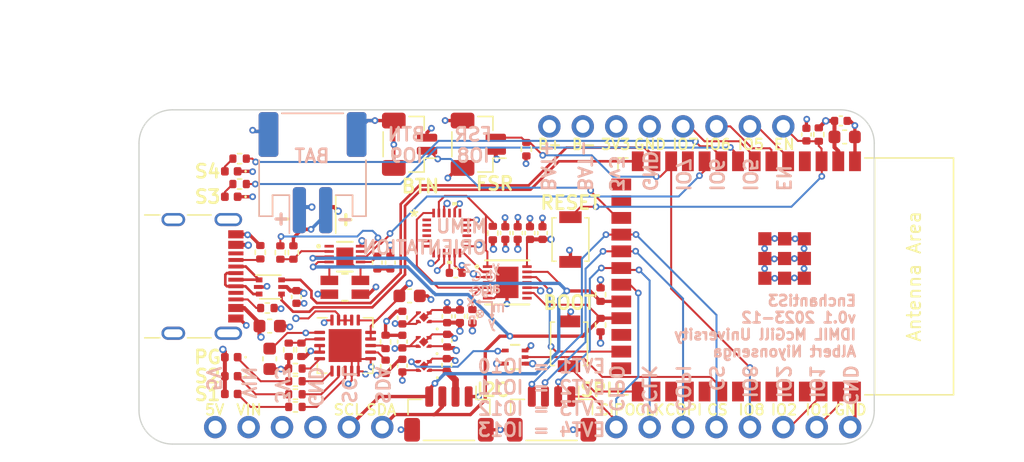
<source format=kicad_pcb>
(kicad_pcb (version 20221018) (generator pcbnew)
  (title_block (title "T-Stick Custom ESP32 Control Board") (date "2023-09") (rev "v0.0.2"))
  (layers (0 "F.Cu" signal) (1 "In1.Cu" signal) (2 "In2.Cu" signal) (31 "B.Cu" signal) (34 "B.Paste" user) (35 "F.Paste" user) (36 "B.SilkS" user "B.Silkscreen") (37 "F.SilkS" user "F.Silkscreen") (38 "B.Mask" user) (39 "F.Mask" user) (44 "Edge.Cuts" user))
  (net 0 "")
  (net 1 "+BATT")
  (net 2 "-BATT")
  (net 3 "CSP")
  (net 4 "+1V8")
  (net 5 "+3V3")
  (net 6 "GND")
  (net 7 "/EN")
  (net 8 "VUSB")
  (net 9 "/IO2")
  (net 11 "/SCL")
  (net 12 "/SDA")
  (net 13 "/FG_CSN")
  (net 14 "/IO16")
  (net 15 "/THRM")
  (net 16 "/IO4")
  (net 24 "Net-(IMU1-REGOUT)")
  (net 25 "/IMU_INT")
  (net 32 "Net-(J1-CC1)")
  (net 34 "Net-(J1-CC2)")
  (net 36 "/IO0")
  (net 37 "/IO15")
  (net 39 "/TXD")
  (net 40 "/RXD")
  (net 41 "/IO5")
  (net 42 "/IO6")
  (net 43 "/IO7")
  (net 44 "/IO8")
  (net 45 "/IO9")
  (net 46 "/IO17")
  (net 47 "/IO18")
  (net 52 "/IO1")
  (net 53 "/USBD-")
  (net 54 "/USBD+")
  (net 56 "Net-(CHARGLED1-K)")
  (net 57 "/STAT")
  (net 58 "/REG")
  (net 59 "/SCLK")
  (net 60 "/CIPO")
  (net 61 "/COPI")
  (net 62 "/CS")
  (net 64 "/IO40")
  (net 65 "/IO41")
  (net 66 "/IO42")
  (net 67 "SYS")
  (net 68 "/AIN")
  (net 69 "/LV_SDA")
  (net 70 "/LV_SCL")
  (net 71 "Net-(CHARGLED2-K)")
  (net 72 "Net-(CHARGLED3-K)")
  (net 73 "/VPCC")
  (net 74 "/PROG3")
  (net 75 "/PROG1")
  (net 76 "/STAT2")
  (net 77 "/PG")
  (net 78 "/THERM")
  (net 79 "/D+")
  (net 80 "/D-")
  (net 82 "/IO48")
  (net 83 "Net-(STATLED2-A)")
  (net 84 "Net-(STATLED1-A)")
  (net 85 "+3V3_AUX")
  (net 86 "/LDO_EN")
  (net 91 "/IO39")
  (footprint "NCP167AMX330TBG-footprints:XDFN4_1X1_711AJ_ONS" (layer "F.Cu") (at 114.3564 64.02385 180)
    (fp_text reference "U4" hide)
    (fp_text value "NCP167AMX180TBG")
  )
  (footprint "Connector_JST:JST_PH_S2B-PH-SM4-TB_1x02-1MP_P2.00mm_Horizontal" (layer "F.Cu") (at 105.9 53.0352 180)
    (fp_text reference "BT1" hide)
    (fp_text value "JST-PH-1x02-2.000mm")
  )
  (footprint "Resistor_SMD:R_0402_1005Metric" (layer "F.Cu") (at 119.6 57.6225 -90)
    (fp_text reference "R14" hide)
    (fp_text value "2k2")
  )
  (footprint "Connector_JST:JST_SH_BM04B-SRSS-TB_1x04-1MP_P1.00mm_Vertical" (layer "F.Cu") (at 124.065 71.375 180)
    (fp_text reference "TOUCH2" hide)
    (fp_text value "JST-SH-1x04 1.0mm")
  )
  (footprint "NL17SV08-footprints:SOT553-5_ONS" (layer "F.Cu") (at 121.3 67.05 180)
    (fp_text reference "U6" hide)
    (fp_text value "NL17SV08XV5T2G")
  )
  (footprint "Capacitor_SMD:C_0402_1005Metric" (layer "F.Cu") (at 112.725 64.05 90)
    (fp_text reference "C11" hide)
    (fp_text value "1uF")
  )
  (footprint "Capacitor_SMD:C_0402_1005Metric" (layer "F.Cu") (at 116.1 67.65 90)
    (fp_text reference "C16" hide)
    (fp_text value "1uF")
  )
  (footprint "Resistor_SMD:R_0402_1005Metric" (layer "F.Cu") (at 104.0892 66.4972 90)
    (fp_text reference "R4" hide)
    (fp_text value "110k")
  )
  (footprint "Resistor_SMD:R_0402_1005Metric" (layer "F.Cu") (at 127.7874 62.3062 90)
    (fp_text reference "R19" hide)
    (fp_text value "2k2")
  )
  (footprint "Capacitor_SMD:C_0402_1005Metric" (layer "F.Cu") (at 117.1 63.95 90)
    (fp_text reference "C18" hide)
    (fp_text value "0.1uF")
  )
  (footprint "Button_Switch_SMD:SW_SPST_B3U-1000P" (layer "F.Cu") (at 125.5014 58.1152 -90)
    (fp_text reference "SW2" hide)
    (fp_text value "B3U-1000P")
  )
  (footprint "Capacitor_SMD:C_0402_1005Metric" (layer "F.Cu") (at 112.725 67.7 90)
    (fp_text reference "C4" hide)
    (fp_text value "1uF")
  )
  (footprint "LED_SMD:LED_0402_1005Metric" (layer "F.Cu") (at 99.7204 52.9336 180)
    (fp_text reference "STATLED2" hide)
    (fp_text value "GENERAL STATUS")
  )
  (footprint "max17055-footprints:21-100013A_T102A2&plus_1C_MXM" (layer "F.Cu") (at 108.354 59.423399)
    (fp_text reference "FG1" hide)
    (fp_text value "MAX17055ETB+T")
  )
  (footprint "ICM20948-footprints:QFN24_3X3X0P9_IVS" (layer "F.Cu") (at 116.1012 57.625001)
    (fp_text reference "IMU1" hide)
    (fp_text value "ICM-20948")
  )
  (footprint "Package_TO_SOT_SMD:SOT-666" (layer "F.Cu") (at 102.6922 61.722)
    (fp_text reference "U1" hide)
    (fp_text value "USBLC6-2P6")
  )
  (footprint "PCM_Espressif:ESP32-S3-WROOM-2" (layer "F.Cu") (at 138.865 60.9191 -90)
    (fp_text reference "MCU1" hide)
    (fp_text value "ESP32-S3-WROOM-2")
  )
  (footprint "Connector_JST:JST_SH_BM02B-SRSS-TB_1x02-1MP_P1.00mm_Vertical" (layer "F.Cu") (at 113.275 50.875 90)
    (fp_text reference "ANG2" hide)
    (fp_text value "JST-SH-1.00mm 1x2")
  )
  (footprint "Capacitor_SMD:C_0402_1005Metric" (layer "F.Cu") (at 123.375 57.6225 90)
    (fp_text reference "C21" hide)
    (fp_text value "0.1uF")
  )
  (footprint "LED_SMD:LED_0402_1005Metric" (layer "F.Cu") (at 99.7204 69.8538 180)
    (fp_text reference "CHARGLED1" hide)
    (fp_text value "S1")
  )
  (footprint "MAX3378E-footprints:21-0137I_T1433-2_MXM" (layer "F.Cu") (at 120.6992 61.375)
    (fp_text reference "U7" hide)
    (fp_text value "max3378eetd+t")
  )
  (footprint "Resistor_SMD:R_0402_1005Metric" (layer "F.Cu") (at 102.4636 63.3222 180)
    (fp_text reference "R6" hide)
    (fp_text value "5k1")
  )
  (footprint "Capacitor_SMD:C_0603_1608Metric" (layer "F.Cu") (at 102.6414 64.6938)
    (fp_text reference "C14" hide)
    (fp_text value "10uF")
  )
  (footprint "Capacitor_SMD:C_0402_1005Metric" (layer "F.Cu") (at 116.125 65.8 90)
    (fp_text reference "C5" hide)
    (fp_text value "1uF")
  )
  (footprint "Resistor_SMD:R_0402_1005Metric" (layer "F.Cu") (at 118.05 63.95 -90)
    (fp_text reference "R15" hide)
    (fp_text value "2k2")
  )
  (footprint "Package_DFN_QFN:QFN-20-1EP_4x4mm_P0.5mm_EP2.5x2.5mm" (layer "F.Cu") (at 108.3747 66.175)
    (fp_text reference "U2" hide)
    (fp_text value "MCP73871")
  )
  (footprint "Resistor_SMD:R_0402_1005Metric" (layer "F.Cu") (at 104.5972 67.9196)
    (fp_text reference "R9" hide)
    (fp_text value "10k")
  )
  (footprint "Capacitor_SMD:C_0402_1005Metric" (layer "F.Cu") (at 146.0526 49.0982)
    (fp_text reference "C19" hide)
    (fp_text value "0.1uF")
  )
  (footprint "Capacitor_SMD:C_0402_1005Metric" (layer "F.Cu") (at 116.125 63.955 90)
    (fp_text reference "C12" hide)
    (fp_text value "1uF")
  )
  (footprint "Capacitor_SMD:C_0402_1005Metric" (layer "F.Cu") (at 111.8108 59.8678 -90)
    (fp_text reference "C1" hide)
    (fp_text value "0.1uF")
  )
  (footprint "Capacitor_SMD:C_0402_1005Metric" (layer "F.Cu") (at 143.4338 50.1396 90)
    (fp_text reference "C9" hide)
    (fp_text value "1uF")
  )
  (footprint "LED_SMD:LED_0402_1005Metric" (layer "F.Cu") (at 99.7204 67.0588 180)
    (fp_text reference "CHARGLED3" hide)
    (fp_text value "PG")
  )
  (footprint "Button_Switch_SMD:SW_SPST_B3U-1000P" (layer "F.Cu") (at 125.39 66.04 90)
    (fp_text reference "SW1" hide)
    (fp_text value "B3U-1000P")
  )
  (footprint "Capacitor_SMD:C_0402_1005Metric" (layer "F.Cu") (at 116.78 60.65)
    (fp_text reference "C6" hide)
    (fp_text value "0.1uF")
  )
  (footprint "NCP167AMX330TBG-footprints:XDFN4_1X1_711AJ_ONS" (layer "F.Cu") (at 114.3686 67.72615 180)
    (fp_text reference "U5" hide)
    (fp_text value "NCP167AMX330TBG")
  )
  (footprint "MountingHole:MountingHole_3.2mm_M3_DIN965" (layer "F.Cu") (at 95.25 69.85)
    (fp_text reference "H2" hide)
    (fp_text value "MountingHole" hide)
  )
  (footprint "Capacitor_SMD:C_0402_1005Metric" (layer "F.Cu") (at 121.4898 57.6225 90)
    (fp_text reference "C10" hide)
    (fp_text value "1uF")
  )
  (footprint "Capacitor_SMD:C_0603_1608Metric" (layer "F.Cu") (at 146.3418 50.3174)
    (fp_text reference "C13" hide)
    (fp_text value "10uF")
  )
  (footprint "Resistor_SMD:R_0402_1005Metric" (layer "F.Cu") (at 144.3736 50.1396 90)
    (fp_text reference "R5" hide)
    (fp_text value "10k")
  )
  (footprint "MountingHole:MountingHole_3.2mm_M3_DIN965" (layer "F.Cu") (at 95.25 52.07)
    (fp_text reference "H1" hide)
    (fp_text value "MountingHole" hide)
  )
  (footprint "Resistor_SMD:R_0402_1005Metric" (layer "F.Cu") (at 111.4552 67.7926 90)
    (fp_text reference "R17" hide)
    (fp_text value "24.9k")
  )
  (footprint "Resistor_SMD:R_0402_1005Metric" (layer "F.Cu") (at 104.4448 59.1038 90)
    (fp_text reference "TH1" hide)
    (fp_text value "10k")
  )
  (footprint "Capacitor_SMD:C_0603_1608Metric" (layer "F.Cu") (at 102.6414 67.183 -90)
    (fp_text reference "C3" hide)
    (fp_text value "4.7uF")
  )
  (footprint "Capacitor_SMD:C_0402_1005Metric" (layer "F.Cu") (at 110.8202 59.8678 -90)
    (fp_text reference "C2" hide)
    (fp_text value "0.47uF")
  )
  (footprint "LED_SMD:LED_0402_1005Metric" (layer "F.Cu") (at 99.7204 68.5038 180)
    (fp_text reference "CHARGLED2" hide)
    (fp_text value "S2")
  )
  (footprint "Capacitor_SMD:C_0402_1005Metric" (layer "F.Cu") (at 120.55 57.6225 90)
    (fp_text reference "C7" hide)
    (fp_text value "0.1uF")
  )
  (footprint "ul_LVK12R010CER-footprints:LVK12_OHM-L" (layer "F.Cu") (at 108.3564 61.7474 180)
    (fp_text reference "R2" hide)
    (fp_text value "Ohmite_LVK12 10m")
  )
  (footprint "Resistor_SMD:R_0402_1005Metric" (layer "F.Cu") (at 100.3554 51.9684 180)
    (fp_text reference "R10" hide)
    (fp_text value "1k")
  )
  (footprint "Capacitor_SMD:C_0402_1005Metric" (layer "F.Cu") (at 104.6734 62.4814 -90)
    (fp_text reference "C15" hide)
    (fp_text value "0.1uF")
  )
  (footprint "Resistor_SMD:R_0402_1005Metric" (layer "F.Cu") (at 103.4542 59.1038 90)
    (fp_text reference "R12" hide)
    (fp_text value "10k")
  )
  (footprint "Resistor_SMD:R_0402_1005Metric" (layer "F.Cu") (at 111.45 65.9 -90)
    (fp_text reference "R20" hide)
    (fp_text value "2k")
  )
  (footprint "Connector_USB:USB_C_Receptacle_GCT_USB4105-xx-A_16P_TopMnt_Horizontal" (layer "F.Cu") (at 96.393 60.9191 -90)
    (fp_text reference "J1" hide)
    (fp_text value "USB_C_Receptacle_USB2.0")
  )
  (footprint "Resistor_SMD:R_0402_1005Metric" (layer "F.Cu") (at 100.3554 53.8988 180)
    (fp_text reference "R8" hide)
    (fp_text value "1k")
  )
  (footprint "Capacitor_SMD:C_0603_1608Metric" (layer "F.Cu") (at 113.275 62.4)
    (fp_text reference "C8" hide)
    (fp_text value "4.7uF")
  )
  (footprint "Resistor_SMD:R_0402_1005Metric" (layer "F.Cu") (at 105.0544 66.4972 -90)
    (fp_text reference "R18" hide)
    (fp_text value "330k")
  )
  (footprint "Resistor_SMD:R_0402_1005Metric" (layer "F.Cu") (at 104.5972 69.8754)
    (fp_text reference "R22" hide)
    (fp_text value "1k")
  )
  (footprint "pin-layout:board-layout" (layer "F.Cu") (at 134.06 49.515)
    (fp_text reference "BOARDLAYOUT1" hide)
    (fp_text value "LAYOUT")
  )
  (footprint "Resistor_SMD:R_0402_1005Metric" (layer "F.Cu") (at 127.7874 64.6176 -90)
    (fp_text reference "R16" hide)
    (fp_text value "2k2")
  )
  (footprint "LED_SMD:LED_0402_1005Metric" (layer "F.Cu") (at 99.7204 54.864 180)
    (fp_text reference "STATLED1" hide)
    (fp_text value "WIFISTATUS")
  )
  (footprint "Connector_JST:JST_SH_BM02B-SRSS-TB_1x02-1MP_P1.00mm_Vertical" (layer "F.Cu") (at 118.5 50.875 90)
    (fp_text reference "ANG1" hide)
    (fp_text value "JST-SH-1.00mm 1x2")
  )
  (footprint "Resistor_SMD:R_0402_1005Metric" (layer "F.Cu") (at 101.9302 59.0804 -90)
    (fp_text reference "R7" hide)
    (fp_text value "5k1")
  )
  (footprint "Capacitor_SMD:C_0402_1005Metric" (layer "F.Cu") (at 122.425 57.6225 90)
    (fp_text reference "C20" hide)
    (fp_text value "1uF")
  )
  (footprint "Resistor_SMD:R_0402_1005Metric" (layer "F.Cu") (at 122.15 51.25 -90)
    (fp_text reference "R1" hide)
    (fp_text value "1k")
  )
  (footprint "Resistor_SMD:R_0402_1005Metric" (layer "F.Cu") (at 104.5972 68.8848)
    (fp_text reference "R24" hide)
    (fp_text value "1k")
  )
  (footprint "Connector_JST:JST_SH_BM04B-SRSS-TB_1x04-1MP_P1.00mm_Vertical" (layer "F.Cu") (at 116.265 71.375 180)
    (fp_text reference "TOUCH1" hide)
    (fp_text value "JST-SH-1x04 1.0mm")
  )
  (footprint "Capacitor_SMD:C_0402_1005Metric" (layer "F.Cu") (at 112.725 65.875 90)
    (fp_text reference "C17" hide)
    (fp_text value "1uF")
  )
  (footprint "Resistor_SMD:R_0402_1005Metric" (layer "F.Cu") (at 104.5972 70.8394)
    (fp_text reference "R3" hide)
    (fp_text value "1k")
  )
  (footprint "NCP167AMX330TBG-footprints:XDFN4_1X1_711AJ_ONS" (layer "F.Cu") (at 114.3436 65.89885 180)
    (fp_text reference "U3" hide)
    (fp_text value "NCP167AMX330TBG")
  )
  (footprint "Connector_JST:JST_PH_S2B-PH-SM4-TB_1x02-1MP_P2.00mm_Horizontal" (layer "B.Cu") (at 105.9 53.0352)
    (fp_text reference "BT2" hide)
    (fp_text value "JST-PH-1x02-2.000mm")
  )
  (gr_line (start 118.444984 63.947001) (end 118.804984 63.587001) (stroke (width 0.1016)) (layer "B.SilkS"))
  (gr_line (start 119.44 60.422) (end 119.44 61.072) (stroke (width 0.1016)) (layer "B.SilkS"))
  (gr_arc (start 118.070001 61.787) (mid 118.666893 61.955797) (end 118.147147 62.29434) (stroke (width 0.1016)) (layer "B.SilkS"))
  (gr_poly (pts (xy 119.634984 63.837001) (xy 119.534984 64.037001) (xy 119.434984 63.837001)) (stroke (width 0.15)) (fill solid) (layer "B.SilkS"))
  (gr_line (start 118.534984 62.857001) (end 119.534984 62.857001) (stroke (width 0.15)) (layer "B.SilkS"))
  (gr_poly (pts (xy 118.050431 61.125541) (xy 118.093284 61.248201) (xy 118.153284 61.118201)) (stroke (width 0.1016)) (fill solid) (layer "B.SilkS"))
  (gr_poly (pts (xy 118.03 62.107) (xy 117.83 62.007) (xy 118.03 61.907)) (stroke (width 0.1016)) (fill solid) (layer "B.SilkS"))
  (gr_line (start 118.794984 63.947001) (end 118.404984 63.567001) (stroke (width 0.1016)) (layer "B.SilkS"))
  (gr_line (start 119.524984 62.237001) (end 119.399984 61.537001) (stroke (width 0.15)) (layer "B.SilkS"))
  (gr_poly (pts (xy 118.584984 62.947001) (xy 118.384984 62.847001) (xy 118.584984 62.747001)) (stroke (width 0.15)) (fill solid) (layer "B.SilkS"))
  (gr_line (start 119.534984 62.857001) (end 119.534984 63.857001) (stroke (width 0.15)) (layer "B.SilkS"))
  (gr_poly (pts (xy 118.067147 62.23434) (xy 118.11 62.357) (xy 118.17 62.227)) (stroke (width 0.1016)) (fill solid) (layer "B.SilkS"))
  (gr_arc (start 119.66 60.662001) (mid 119.491201 61.258716) (end 119.15266 60.739147) (stroke (width 0.1016)) (layer "B.SilkS"))
  (gr_arc (start 118.053285 60.678201) (mid 118.650205 60.846996) (end 118.130431 61.185541) (stroke (width 0.1016)) (layer "B.SilkS"))
  (gr_line (start 117.83 62.007) (end 118.48 62.007) (stroke (width 0.1016)) (layer "B.SilkS"))
  (gr_poly (pts (xy 119.21266 60.659147) (xy 119.09 60.702) (xy 119.22 60.762)) (stroke (width 0.1016)) (fill solid) (layer "B.SilkS"))
  (gr_circle (center 118.614984 63.757001) (end 118.394984 63.597001) (stroke (width 0.1016)) (fill none) (layer "B.SilkS"))
  (gr_poly (pts (xy 119.34 60.622) (xy 119.44 60.422) (xy 119.54 60.622)) (stroke (width 0.1016)) (fill solid) (layer "B.SilkS"))
  (gr_line (start 148.59 71.12) (end 148.59 50.8) (stroke (width 0.1)) (layer "Edge.Cuts"))
  (gr_arc (start 148.589999 71.120001) (mid 147.846051 72.916052) (end 146.05 73.66) (stroke (width 0.1)) (layer "Edge.Cuts"))
  (gr_line (start 92.71 50.8) (end 92.71 71.12) (stroke (width 0.1)) (layer "Edge.Cuts"))
  (gr_line (start 95.25 73.66) (end 146.05 73.66) (stroke (width 0.1)) (layer "Edge.Cuts"))
  (gr_arc (start 146.05 48.26) (mid 147.846051 49.003949) (end 148.59 50.8) (stroke (width 0.1)) (layer "Edge.Cuts"))
  (gr_arc (start 95.25 73.66) (mid 93.453949 72.916051) (end 92.71 71.12) (stroke (width 0.1)) (layer "Edge.Cuts"))
  (gr_line (start 146.05 48.26) (end 95.25 48.26) (stroke (width 0.1)) (layer "Edge.Cuts"))
  (gr_arc (start 92.71 50.8) (mid 93.453949 49.003949) (end 95.25 48.26) (stroke (width 0.1)) (layer "Edge.Cuts"))
  (gr_text "x" (at 118.346201 63.248716) (layer "B.SilkS") (effects (font (size 0.8 0.8) (thickness 0.15) bold) (justify left bottom mirror)))
  (gr_text "FSR\nIO8" (at 118.11 52.324) (layer "B.SilkS") (effects (font (size 1 1) (thickness 0.2) bold) (justify bottom mirror)))
  (gr_text "BTN\nIO9" (at 113.03 52.324) (layer "B.SilkS") (effects (font (size 1 1) (thickness 0.2) bold) (justify bottom mirror)))
  (gr_text "a" (at 120.324984 62.237001) (layer "B.SilkS") (effects (font (size 0.8 0.8) (thickness 0.15) bold) (justify left bottom mirror)))
  (gr_text "z" (at 118.053285 60.678201) (layer "B.SilkS") (effects (font (size 0.8 0.8) (thickness 0.15) bold) (justify left bottom mirror)))
  (gr_text "BAT" (at 107.3 51.7652) (layer "B.SilkS") (effects (font (size 1 1) (thickness 0.2) bold) (justify left mirror)))
  (gr_text "y" (at 120.246201 60.628716) (layer "B.SilkS") (effects (font (size 0.8 0.8) (thickness 0.15) bold) (justify left bottom mirror)))
  (gr_text "g" (at 119.467484 62.297001) (layer "B.SilkS") (effects (font (size 0.8 0.8) (thickness 0.15) bold) (justify left bottom mirror)))
  (gr_text "MIMU\nORIENTATION" (at 119.253 59.309) (layer "B.SilkS") (effects (font (size 1 1) (thickness 0.2) bold) (justify left bottom mirror)))
  (gr_text "EnchantiS3\nv0.1 2023-12\nIDMIL McGill University\nAlbert Niyonsenga" (at 147.32 67.1) (layer "B.SilkS") (effects (font (size 0.8 0.8) (thickness 0.2) bold) (justify left bottom mirror)))
  (gr_text "EVT1 = IO10\nEVT2 = IO11\nEVT3 = IO12\nEVT4 = IO13\n\n" (at 128.27 74.775) (layer "B.SilkS") (effects (font (size 1 1) (thickness 0.2) bold) (justify left bottom mirror)))
  (gr_text "-" (at 109.1438 57.1246) (layer "B.SilkS") (effects (font (size 1 1) (thickness 0.25) bold) (justify left bottom mirror)))
  (gr_text "y" (at 119.926201 64.868716) (layer "B.SilkS") (effects (font (size 0.8 0.8) (thickness 0.15) bold) (justify left bottom mirror)))
  (gr_text "n" (at 118.486201 64.598716) (layer "B.SilkS") (effects (font (size 0.8 0.8) (thickness 0.15) bold) (justify left bottom mirror)))
  (gr_text "+" (at 104.2924 57.0738) (layer "B.SilkS") (effects (font (size 1 1) (thickness 0.25) bold) (justify left bottom mirror)))
  (gr_text "m" (at 120.664984 63.697001) (layer "B.SilkS") (effects (font (size 0.8 0.8) (thickness 0.15) bold) (justify left bottom mirror)))
  (gr_text "SPI" (at 127.4826 70.1294) (layer "F.SilkS") (effects (font (size 1 1) (thickness 0.2) bold) (justify bottom)))
  (gr_text "IO7" (at 133.1468 51.3588) (layer "F.SilkS") (effects (font (size 0.8 0.8) (thickness 0.15) bold) (justify left bottom)))
  (gr_text "B-" (at 125.5268 51.3588) (layer "F.SilkS") (effects (font (size 0.8 0.8) (thickness 0.15) bold) (justify left bottom)))
  (gr_text "RESET" (at 125.5 55.9) (layer "F.SilkS") (effects (font (size 1 1) (thickness 0.2) bold) (justify bottom)))
  (gr_text "GND" (at 145.4658 71.5264) (layer "F.SilkS") (effects (font (size 0.8 0.8) (thickness 0.15) bold) (justify left bottom)))
  (gr_text "S4" (at 96.8354 52.9336) (layer "F.SilkS") (effects (font (size 1 1) (thickness 0.2) bold) (justify left)))
  (gr_text "SCL" (at 107.4166 71.5264) (layer "F.SilkS") (effects (font (size 0.8 0.8) (thickness 0.15) bold) (justify left bottom)))
  (gr_text "BTN" (at 114.1 54.65) (layer "F.SilkS") (effects (font (size 1 1) (thickness 0.2) bold) (justify bottom)))
  (gr_text "S1" (at 96.8354 69.8538) (layer "F.SilkS") (effects (font (size 1 1) (thickness 0.2) bold) (justify left)))
  (gr_text "PG" (at 96.787781 67.0588) (layer "F.SilkS") (effects (font (size 1 1) (thickness 0.2) bold) (justify left)))
  (gr_text "EN" (at 140.8684 51.3588) (layer "F.SilkS") (effects (font (size 0.8 0.8) (thickness 0.15) bold) (justify left bottom)))
  (gr_text "3V3" (at 127.7366 51.3588) (layer "F.SilkS") (effects (font (size 0.8 0.8) (thickness 0.15) bold) (justify left bottom)))
  (gr_text "BOOT" (at 125.39 63.5) (layer "F.SilkS") (effects (font (size 1 1) (thickness 0.2) bold) (justify bottom)))
  (gr_text "CLK" (at 130.302 71.5264) (layer "F.SilkS") (effects (font (size 0.8 0.8) (thickness 0.15) bold) (justify left bottom)))
  (gr_text "B+" (at 122.936 51.3588) (layer "F.SilkS") (effects (font (size 0.8 0.8) (thickness 0.15) bold) (justify left bottom)))
  (gr_text "CIPO" (at 127.5334 71.5264) (layer "F.SilkS") (effects (font (size 0.8 0.8) (thickness 0.15) bold) (justify left bottom)))
  (gr_text "FSR" (at 118.2 54.45) (layer "F.SilkS") (effects (font (size 1 1) (thickness 0.2) bold) (justify left bottom)))
  (gr_text "COPI" (at 132.588 71.5264) (layer "F.SilkS") (effects (font (size 0.8 0.8) (thickness 0.15) bold) (justify left bottom)))
  (gr_text "IO1" (at 143.256 71.5264) (layer "F.SilkS") (effects (font (size 0.8 0.8) (thickness 0.15) bold) (justify left bottom)))
  (gr_text "CS" (at 135.7884 71.5264) (layer "F.SilkS") (effects (font (size 0.8 0.8) (thickness 0.15) bold) (justify left bottom)))
  (gr_text "-" (at 102.8192 57.0738) (layer "F.SilkS") (effects (font (size 1 1) (thickness 0.25) bold) (justify left bottom)))
  (gr_text "+" (at 107.6452 57.1246) (layer "F.SilkS") (effects (font (size 1 1) (thickness 0.25) bold) (justify left bottom)))
  (gr_text "IO8" (at 138.176 71.5264) (layer "F.SilkS") (effects (font (size 0.8 0.8) (thickness 0.15) bold) (justify left bottom)))
  (gr_text "GND" (at 130.2258 51.3588) (layer "F.SilkS") (effects (font (size 0.8 0.8) (thickness 0.15) bold) (justify left bottom)))
  (gr_text "IO2" (at 140.6398 71.5264) (layer "F.SilkS") (effects (font (size 0.8 0.8) (thickness 0.15) bold) (justify left bottom)))
  (gr_text "VIN" (at 100.0252 71.5264) (layer "F.SilkS") (effects (font (size 0.8 0.8) (thickness 0.15) bold) (justify left bottom)))
  (gr_text "S3" (at 96.8354 54.864) (layer "F.SilkS") (effects (font (size 1 1) (thickness 0.2) bold) (justify left)))
  (gr_text "5V" (at 97.6376 71.5264) (layer "F.SilkS") (effects (font (size 0.8 0.8) (thickness 0.15) bold) (justify left bottom)))
  (gr_text "SDA" (at 109.9058 71.5264) (layer "F.SilkS") (effects (font (size 0.8 0.8) (thickness 0.15) bold) (justify left bottom)))
  (gr_text "S2" (at 96.8354 68.5038) (layer "F.SilkS") (effects (font (size 1 1) (thickness 0.2) bold) (justify left)))
  (gr_text "IO6" (at 135.6106 51.3588) (layer "F.SilkS") (effects (font (size 0.8 0.8) (thickness 0.15) bold) (justify left bottom)))
  (gr_text "I2C" (at 119.6086 70.1294) (layer "F.SilkS") (effects (font (size 1 1) (thickness 0.2) bold) (justify bottom)))
  (gr_text "IO5" (at 138.1252 51.3588) (layer "F.SilkS") (effects (font (size 0.8 0.8) (thickness 0.15) bold) (justify left bottom)))
  (segment (start 112.5 62.5184) (end 112.1217 62.8967) (width 0.1524) (layer "F.Cu") (net 1))
  (segment (start 109.3818 64.262) (end 110.7564 64.262) (width 0.1524) (layer "F.Cu") (net 1))
  (segment (start 110.3193 64.6991) (end 112.1217 62.8967) (width 0.1524) (layer "F.Cu") (net 1))
  (segment (start 106.9 55.65) (end 107.5422 55.65) (width 0.3048) (layer "F.Cu") (net 1))
  (segment (start 112.5 62.2) (end 113.25 61.45) (width 0.3048) (layer "F.Cu") (net 1))
  (segment (start 109.5454 58.322022) (end 109.5454 58.623398) (width 0.1524) (layer "F.Cu") (net 1))
  (segment (start 112.5 62.4) (end 112.5 62.5184) (width 0.1524) (layer "F.Cu") (net 1))
  (segment (start 110.3193 65.6995) (end 110.3193 65.1995) (width 0.1524) (layer "F.Cu") (net 1))
  (segment (start 110.7564 64.262) (end 112.2296 62.7888) (width 0.1524) (layer "F.Cu") (net 1))
  (segment (start 109.654793 58.212629) (end 109.5454 58.322022) (width 0.1524) (layer "F.Cu") (net 1))
  (segment (start 112.1217 62.8967) (end 112.2296 62.7888) (width 0.1524) (layer "F.Cu") (net 1))
  (segment (start 111.8108 59.464) (end 111.8108 58.5455) (width 0.1524) (layer "F.Cu") (net 1))
  (segment (start 110.3193 65.1995) (end 110.3193 64.6991) (width 0.1524) (layer "F.Cu") (net 1))
  (segment (start 112.5 62.4) (end 112.5 62.2) (width 0.3048) (layer "F.Cu") (net 1))
  (segment (start 107.5422 55.65) (end 107.8484 55.9562) (width 0.3048) (layer "F.Cu") (net 1))
  (via (at 105.8418 55.6514) (size 0.5588) (drill 0.3048) (layers "F.Cu" "B.Cu") (net 1))
  (via (at 113.25 61.45) (size 0.5588) (drill 0.3048) (layers "F.Cu" "B.Cu") (net 1))
  (via (at 111.8108 58.5455) (size 0.5588) (drill 0.3048) (layers "F.Cu" "B.Cu") (net 1))
  (via (at 109.654793 58.212629) (size 0.5588) (drill 0.3048) (layers "F.Cu" "B.Cu") (net 1))
  (via (at 107.8484 55.9562) (size 0.5588) (drill 0.3048) (layers "F.Cu" "B.Cu") (net 1))
  (segment (start 104.9 55.65) (end 105.8404 55.65) (width 0.3048) (layer "B.Cu") (net 1))
  (segment (start 105.8404 55.65) (end 105.8418 55.6514) (width 0.3048) (layer "B.Cu") (net 1))
  (segment (start 104.4448 57.9882) (end 104.4448 58.4688) (width 0.254) (layer "F.Cu") (net 2))
  (segment (start 110.7186 61.722) (end 110.1682 62.2724) (width 0.254) (layer "F.Cu") (net 2))
  (segment (start 104.4448 57.9882) (end 105.088008 57.344992) (width 0.254) (layer "F.Cu") (net 2))
  (segment (start 110.1682 62.2724) (end 109.5363 62.2724) (width 0.254) (layer "F.Cu") (net 2))
  (segment (start 105.7825 57.344992) (end 104.9 57.344992) (width 0.254) (layer "F.Cu") (net 2))
  (segment (start 105.088008 57.344992) (end 105.7825 57.344992) (width 0.254) (layer "F.Cu") (net 2))
  (via (at 105.7825 57.344992) (size 0.508) (drill 0.254) (layers "F.Cu" "B.Cu") (net 2))
  (via (at 110.7186 61.722) (size 0.508) (drill 0.254) (layers "F.Cu" "B.Cu") (net 2))
  (segment (start 106.9 56.227492) (end 106.9 55.65) (width 0.254) (layer "B.Cu") (net 2))
  (segment (start 105.7825 57.344992) (end 106.9 56.227492) (width 0.254) (layer "B.Cu") (net 2))
  (segment (start 110.6958 60.2234) (end 110.8202 60.3478) (width 0.1524) (layer "F.Cu") (net 3))
  (segment (start 109.5454 60.2234) (end 109.5454 61.2133) (width 0.1524) (layer "F.Cu") (net 3))
  (segment (start 109.5454 60.2234) (end 110.6958 60.2234) (width 0.1524) (layer "F.Cu") (net 3))
  (segment (start 109.154001 60.2234) (end 109.5454 60.2234) (width 0.1524) (layer "F.Cu") (net 3))
  (segment (start 109.5454 61.2133) (end 109.5363 61.2224) (width 0.1524) (layer "F.Cu") (net 3))
  (segment (start 111.8108 60.3478) (end 110.8202 60.3478) (width 0.254) (layer "F.Cu") (net 3))
  (segment (start 108.354 59.423399) (end 109.154001 60.2234) (width 0.1524) (layer "F.Cu") (net 3))
  (segment (start 117.1 64.43) (end 117.1 65.075) (width 0.3048) (layer "F.Cu") (net 4))
  (segment (start 118.05 65.05) (end 118.05 64.46) (width 0.3048) (layer "F.Cu") (net 4))
  (segment (start 117.1 64.43) (end 116.13 64.43) (width 0.3048) (layer "F.Cu") (net 4))
  (segment (start 116.0377 64.3477) (end 116.125 64.435) (width 0.1524) (layer "F.Cu") (net 4))
  (segment (start 114.7628 64.3477) (end 116.0377 64.3477) (width 0.1524) (layer "F.Cu") (net 4))
  (segment (start 121.4898 58.1025) (end 121.4898 58.8398) (width 0.3048) (layer "F.Cu") (net 4))
  (segment (start 122.990419 61.774999) (end 123.23271 62.01729) (width 0.1524) (layer "F.Cu") (net 4))
  (segment (start 115.203001 59.925) (end 114.9 59.925) (width 0.1524) (layer "F.Cu") (net 4))
  (segment (start 119.6 58.8) (end 119.65 58.85) (width 0.3048) (layer "F.Cu") (net 4))
  (segment (start 115.501201 59.6268) (end 115.203001 59.925) (width 0.1524) (layer "F.Cu") (net 4))
  (segment (start 122.1978 61.774999) (end 122.990419 61.774999) (width 0.1524) (layer "F.Cu") (net 4))
  (segment (start 116.124912 55.374523) (end 115.9012 55.598235) (width 0.1524) (layer "F.Cu") (net 4))
  (segment (start 121.4898 58.8398) (end 121.5 58.85) (width 0.3048) (layer "F.Cu") (net 4))
  (segment (start 116.13 64.43) (end 116.125 64.435) (width 0.3048) (layer "F.Cu") (net 4))
  (segment (start 120.55 58.825) (end 120.575 58.85) (width 0.3048) (layer "F.Cu") (net 4))
  (segment (start 118.399998 58.625002) (end 118.525 58.5) (width 0.1524) (layer "F.Cu") (net 4))
  (segment (start 119.6 58.1325) (end 119.6 58.8) (width 0.3048) (layer "F.Cu") (net 4))
  (segment (start 120.55 58.1025) (end 120.55 58.825) (width 0.3048) (layer "F.Cu") (net 4))
  (segment (start 117.6228 58.625002) (end 118.399998 58.625002) (width 0.1524) (layer "F.Cu") (net 4))
  (segment (start 118.375001 60.975001) (end 119.2006 60.975001) (width 0.1524) (layer "F.Cu") (net 4))
  (segment (start 115.9012 55.598235) (end 115.9012 56.103401) (width 0.1524) (layer "F.Cu") (net 4))
  (segment (start 115.501201 59.146601) (end 115.501201 59.6268) (width 0.1524) (layer "F.Cu") (net 4))
  (segment (start 118.125 60.725) (end 118.375001 60.975001) (width 0.1524) (layer "F.Cu") (net 4))
  (via (at 118.125 60.725) (size 0.5588) (drill 0.3048) (layers "F.Cu" "B.Cu") (net 4))
  (via (at 120.575 58.85) (size 0.5588) (drill 0.3048) (layers "F.Cu" "B.Cu") (net 4))
  (via (at 119.65 58.85) (size 0.5588) (drill 0.3048) (layers "F.Cu" "B.Cu") (net 4))
  (via (at 116.124912 55.374523) (size 0.5588) (drill 0.3048) (layers "F.Cu" "B.Cu") (net 4))
  (via (at 123.23271 62.01729) (size 0.5588) (drill 0.3048) (layers "F.Cu" "B.Cu") (net 4))
  (via (at 121.5 58.85) (size 0.5588) (drill 0.3048) (layers "F.Cu" "B.Cu") (net 4))
  (via (at 117.1 65.075) (size 0.5588) (drill 0.3048) (layers "F.Cu" "B.Cu") (net 4))
  (via (at 118.05 65.05) (size 0.5588) (drill 0.3048) (layers "F.Cu" "B.Cu") (net 4))
  (via (at 114.9 59.925) (size 0.5588) (drill 0.3048) (layers "F.Cu" "B.Cu") (net 4))
  (via (at 118.525 58.5) (size 0.5588) (drill 0.3048) (layers "F.Cu" "B.Cu") (net 4))
  (segment (start 145.5668 51.1042) (end 145.855 51.3924) (width 0.3048) (layer "F.Cu") (net 5))
  (segment (start 122.624874 67.550126) (end 122.0493 67.550126) (width 0.3048) (layer "F.Cu") (net 5))
  (segment (start 124.025 58.1) (end 123.505 58.1) (width 0.3048) (layer "F.Cu") (net 5))
  (segment (start 116.825 66.55) (end 116.637974 66.362974) (width 0.3048) (layer "F.Cu") (net 5))
  (segment (start 127.7874 65.9892) (end 127.7874 65.1276) (width 0.254) (layer "F.Cu") (net 5))
  (segment (start 119.900126 67.550126) (end 120.5507 67.550126) (width 0.3048) (layer "F.Cu") (net 5))
  (segment (start 116.0677 66.2227) (end 116.125 66.28) (width 0.1524) (layer "F.Cu") (net 5))
  (segment (start 119.888 52.0192) (end 119.825 51.9562) (width 0.3048) (layer "F.Cu") (net 5))
  (segment (start 122.625 67.55) (end 122.624874 67.550126) (width 0.3048) (layer "F.Cu") (net 5))
  (segment (start 119.9 67.55) (end 119.900126 67.550126) (width 0.3048) (layer "F.Cu") (net 5))
  (segment (start 127.7874 61.7962) (end 127.7874 61.175) (width 0.254) (layer "F.Cu") (net 5))
  (segment (start 145.855 51.3924) (end 145.855 52.1691) (width 0.3048) (layer "F.Cu") (net 5))
  (segment (start 122.1978 60.175) (end 122.1978 58.3297) (width 0.1524) (layer "F.Cu") (net 5))
  (segment (start 116.207974 66.362974) (end 116.125 66.28) (width 0.3048) (layer "F.Cu") (net 5))
  (segment (start 145.5668 49.104) (end 145.5726 49.0982) (width 0.3048) (layer "F.Cu") (net 5))
  (segment (start 145.5668 50.3174) (end 145.5668 49.104) (width 0.3048) (layer "F.Cu") (net 5))
  (segment (start 123.5025 58.1025) (end 123.375 58.1025) (width 0.3048) (layer "F.Cu") (net 5))
  (segment (start 145.5668 50.3174) (end 145.5668 51.1042) (width 0.3048) (layer "F.Cu") (net 5))
  (segment (start 116.637974 66.362974) (end 116.207974 66.362974) (width 0.3048) (layer "F.Cu") (net 5))
  (segment (start 122.1978 58.3297) (end 122.425 58.1025) (width 0.1524) (layer "F.Cu") (net 5))
  (segment (start 114.75 66.2227) (end 116.0677 66.2227) (width 0.1524) (layer "F.Cu") (net 5))
  (segment (start 123.505 58.1) (end 123.5025 58.1025) (width 0.3048) (layer "F.Cu") (net 5))
  (segment (start 145.5726 49.0982) (end 144.907 49.0982) (width 0.3048) (layer "F.Cu") (net 5))
  (segment (start 119.825 51.9562) (end 119.825 51.375) (width 0.3048) (layer "F.Cu") (net 5))
  (segment (start 144.907 49.0982) (end 144.3756 49.6296) (width 0.3048) (layer "F.Cu") (net 5))
  (segment (start 144.3756 49.6296) (end 144.3736 49.6296) (width 0.3048) (layer "F.Cu") (net 5))
  (segment (start 122.425 58.1025) (end 123.375 58.1025) (width 0.3048) (layer "F.Cu") (net 5))
  (via (at 119.888 52.0192) (size 0.5588) (drill 0.3048) (layers "F.Cu" "B.Cu") (net 5))
  (via (at 116.825 66.55) (size 0.5588) (drill 0.3048) (layers "F.Cu" "B.Cu") (net 5))
  (via (at 119.9 67.55) (size 0.5588) (drill 0.3048) (layers "F.Cu" "B.Cu") (net 5))
  (via (at 127.7874 65.9892) (size 0.5588) (drill 0.3048) (layers "F.Cu" "B.Cu") (net 5))
  (via (at 127.7874 61.175) (size 0.5588) (drill 0.3048) (layers "F.Cu" "B.Cu") (net 5))
  (via (at 122.625 67.55) (size 0.5588) (drill 0.3048) (layers "F.Cu" "B.Cu") (net 5))
  (via (at 144.907 49.0982) (size 0.5588) (drill 0.3048) (layers "F.Cu" "B.Cu") (net 5))
  (via (at 124.025 58.1) (size 0.5588) (drill 0.3048) (layers "F.Cu" "B.Cu") (net 5))
  (segment (start 147.125 50.3256) (end 147.1168 50.3174) (width 0.254) (layer "F.Cu") (net 6))
  (segment (start 112.6308 72.575) (end 112.6236 72.5678) (width 0.254) (layer "F.Cu") (net 6))
  (segment (start 105.2576 62.9666) (end 104.6786 62.9666) (width 0.254) (layer "F.Cu") (net 6))
  (segment (start 110.075 49.075) (end 110.6424 49.075) (width 0.254) (layer "F.Cu") (net 6))
  (segment (start 142.5194 61.0362) (end 142.5423 61.0591) (width 0.254) (layer "F.Cu") (net 6))
  (segment (start 114.45115 67.72615) (end 114.775 67.4023) (width 0.1524) (layer "F.Cu") (net 6))
  (segment (start 114.42615 65.89885) (end 114.75 65.575) (width 0.1524) (layer "F.Cu") (net 6))
  (segment (start 109.3818 68.137) (end 109.7168 68.137) (width 0.1524) (layer "F.Cu") (net 6))
  (segment (start 100.3395 64.1191) (end 100.8634 64.643) (width 0.254) (layer "F.Cu") (net 6))
  (segment (start 108.8818 66.6995) (end 108.3818 66.1995) (width 0.1524) (layer "F.Cu") (net 6))
  (segment (start 100.9245 57.7191) (end 100.965 57.7596) (width 0.254) (layer "F.Cu") (net 6))
  (segment (start 114.6 50.375) (end 114.6 49.992) (width 0.254) (layer "F.Cu") (net 6))
  (segment (start 143.275 58.0591) (end 142.5702 58.0591) (width 0.254) (layer "F.Cu") (net 6))
  (segment (start 114.625 62.4) (end 114.9 62.675) (width 0.254) (layer "F.Cu") (net 6))
  (segment (start 141.0247 59.5591) (end 142.5155 59.5591) (width 0.254) (layer "F.Cu") (net 6))
  (segment (start 101.346 54.864) (end 100.4428 54.864) (width 0.254) (layer "F.Cu") (net 6))
  (segment (start 146.7612 49.0982) (end 146.5326 49.0982) (width 0.254) (layer "F.Cu") (net 6))
  (segment (start 116.9462 52.675) (end 116.1796 53.4416) (width 0.254) (layer "F.Cu") (net 6))
  (segment (start 120.6764 63) (end 120.6764 62.025) (width 0.254) (layer "F.Cu") (net 6))
  (segment (start 140.275 61.0591) (end 141.0183 61.0591) (width 0.254) (layer "F.Cu") (net 6))
  (segment (start 114.3564 64.02385) (end 114.43895 64.02385) (width 0.1524) (layer "F.Cu") (net 6))
  (segment (start 141.0007 58.0591) (end 141.0208 58.039) (width 0.254) (layer "F.Cu") (net 6))
  (segment (start 147.125 69.6691) (end 147.125 72.01) (width 0.254) (layer "F.Cu") (net 6))
  (segment (start 116.42 65.32) (end 116.125 65.32) (width 0.254) (layer "F.Cu") (net 6))
  (segment (start 115.9786 49.075) (end 115.9764 49.0728) (width 0.254) (layer "F.Cu") (net 6))
  (segment (start 120.6992 61.375) (end 120.6992 61.5844) (width 0.1524) (layer "F.Cu") (net 6))
  (segment (start 109.25 49.9) (end 110.075 49.075) (width 0.254) (layer "F.Cu") (net 6))
  (segment (start 147.125 52.1691) (end 147.125 50.3256) (width 0.254) (layer "F.Cu") (net 6))
  (segment (start 110.3193 67.7489) (end 110.363 67.7926) (width 0.1524) (layer "F.Cu") (net 6))
  (segment (start 140.275 58.0591) (end 141.0007 58.0591) (width 0.254) (layer "F.Cu") (net 6))
  (segment (start 141.0409 58.0591) (end 142.5702 58.0591) (width 0.254) (layer "F.Cu") (net 6))
  (segment (start 114.6 49.992) (end 114.935 49.657) (width 0.254) (layer "F.Cu") (net 6))
  (segment (start 112.28 63.57) (end 111.525 64.325) (width 0.254) (layer "F.Cu") (net 6))
  (segment (start 120.6992 61.5844) (end 119.7086 62.575) (width 0.1524) (layer "F.Cu") (net 6))
  (segment (start 111.4552 68.3026) (end 110.8944 68.3026) (width 0.254) (layer "F.Cu") (net 6))
  (segment (start 116.701199 56.103401) (end 116.701199 55.766901) (width 0.1524) (layer "F.Cu") (net 6))
  (segment (start 140.275 60.3088) (end 140.2588 60.325) (width 0.254) (layer "F.Cu") (net 6))
  (segment (start 125.5014 59.8152) (end 125.5014 59.0014) (width 0.254) (layer "F.Cu") (net 6))
  (segment (start 114.3436 65.89885) (end 114.42615 65.89885) (width 0.1524) (layer "F.Cu") (net 6))
  (segment (start 114.775 67.4023) (end 115.0073 67.17) (width 0.1524) (layer "F.Cu") (net 6))
  (segment (start 147.1168 49.4538) (end 147.1168 50.3174) (width 0.254) (layer "F.Cu") (net 6))
  (segment (start 140.2588 58.801) (end 140.275 58.8172) (width 0.254) (layer "F.Cu") (net 6))
  (segment (start 120.5297 56.45) (end 120.5297 57.12) (width 0.254) (layer "F.Cu") (net 6))
  (segment (start 106.2989 62.262421) (end 106.308879 62.2724) (width 0.254) (layer "F.Cu") (net 6))
  (segment (start 101.9302 58.5704) (end 101.1194 57.7596) (width 0.254) (layer "F.Cu") (net 6))
  (segment (start 140.275 58.7848) (end 140.2588 58.801) (width 0.254) (layer "F.Cu") (net 6))
  (segment (start 104.6786 62.9666) (end 104.6734 62.9614) (width 0.254) (layer "F.Cu") (net 6))
  (segment (start 140.275 58.0591) (end 140.275 58.7848) (width 0.254) (layer "F.Cu") (net 6))
  (segment (start 102.9736 63.3222) (end 103.45764 63.3222) (width 0.254) (layer "F.Cu") (net 6))
  (segment (start 109.7168 68.137) (end 109.9312 68.3514) (width 0.1524) (layer "F.Cu") (net 6))
  (segment (start 117.1 63.47) (end 117.1 62.883699) (width 0.254) (layer "F.Cu") (net 6))
  (segment (start 114.75 65.575) (end 115.005 65.32) (width 0.1524) (layer "F.Cu") (net 6))
  (segment (start 111.45 64.4) (end 111.525 64.325) (width 0.254) (layer "F.Cu") (net 6))
  (segment (start 104.176278 64.7555) (end 104.114578 64.6938) (width 0.254) (layer "F.Cu") (net 6))
  (segment (start 142.5423 61.0591) (end 143.275 61.0591) (width 0.254) (layer "F.Cu") (net 6))
  (segment (start 141.0208 61.0616) (end 141.0233 61.0591) (width 0.254) (layer "F.Cu") (net 6))
  (segment (start 103.492 67.958) (end 102.6414 67.958) (width 0.254) (layer "F.Cu") (net 6))
  (segment (start 116.75 67.325) (end 116.595 67.17) (width 0.254) (layer "F.Cu") (net 6))
  (segment (start 114.43895 64.02385) (end 114.7628 63.7) (width 0.1524) (layer "F.Cu") (net 6))
  (segment (start 115.9012 59.146601) (end 115.9012 59.9488) (width 0.1524) (layer "F.Cu") (net 6))
  (segment (start 112.075 52.675) (end 112.075 49.075) (width 0.254) (layer "F.Cu") (net 6))
  (segment (start 119.065 72.575) (end 121.265 72.575) (width 0.254) (layer "F.Cu") (net 6))
  (segment (start 110.6424 49.075) (end 112.075 49.075) (width 0.254) (layer "F.Cu") (net 6))
  (segment (start 113.465 72.575) (end 112.6308 72.575) (width 0.254) (layer "F.Cu") (net 6))
  (segment (start 111.45 65.39) (end 111.45 64.4) (width 0.254) (layer "F.Cu") (net 6))
  (segment (start 114.7628 63.7) (end 114.9878 63.475) (width 0.1524) (layer "F.Cu") (net 6))
  (segment (start 101.4366 49.9) (end 101.346 49.8094) (width 0.254) (layer "F.Cu") (net 6))
  (segment (start 143.275 58.782) (end 143.275 58.0591) (width 0.254) (layer "F.Cu") (net 6))
  (segment (start 117.3 52.675) (end 116.9462 52.675) (width 0.254) (layer "F.Cu") (net 6))
  (segment (start 115.0073 67.17) (end 116.1 67.17) (width 0.1524) (layer "F.Cu") (net 6))
  (segment (start 141.0233 61.0591) (end 142.4965 61.0591) (width 0.254) (layer "F.Cu") (net 6))
  (segment (start 103.492 67.958) (end 103.5304 67.9196) (width 0.254) (layer "F.Cu") (net 6))
  (segment (start 125.525 63.6) (end 125.39 63.735) (width 0.254) (layer "F.Cu") (net 6))
  (segment (start 100.073 57.7191) (end 100.9245 57.7191) (width 0.254) (layer "F.Cu") (net 6))
  (segment (start 117.25 60.075) (end 117.26 60.085) (width 0.254) (layer "F.Cu") (net 6))
  (segment (start 140.275 60.3412) (end 140.275 61.0591) (width 0.254) (layer "F.Cu") (net 6))
  (segment (start 108.8818 68.137) (end 108.8818 66.6995) (width 0.1524) (layer "F.Cu") (net 6))
  (segment (start 125.5014 59.0014) (end 125.425 58.925) (width 0.254) (layer "F.Cu") (net 6))
  (segment (start 147.125 72.01) (end 146.76 72.375) (width 0.254) (layer "F.Cu") (net 6))
  (segment (start 108.8818 68.137) (end 108.8818 68.8166) (width 0.1524) (layer "F.Cu") (net 6))
  (segment (start 101.3206 52.9336) (end 100.4428 52.9336) (width 0.254) (layer "F.Cu") (net 6))
  (segment (start 116.7 65.6) (end 116.42 65.32) (width 0.254) (layer "F.Cu") (net 6))
  (segment (start 108.8818 68.8166) (end 108.6104 69.088) (width 0.1524) (layer "F.Cu") (net 6))
  (segment (start 121.4898 56.4399) (end 121.5047 56.425) (width 0.254) (layer "F.Cu") (net 6))
  (segment (start 117.26 60.085) (end 117.26 60.65) (width 0.254) (layer "F.Cu") (net 6))
  (segment (start 140.275 58.8172) (end 140.275 60.3088) (width 0.254) (layer "F.Cu") (net 6))
  (segment (start 142.5194 59.563) (end 142.5233 59.5591) (width 0.254) (layer "F.Cu") (net 6))
  (segment (start 112.725 67.22) (end 112.5378 67.22) (width 0.254) (layer "F.Cu") (net 6))
  (segment (start 117.3 49.075) (end 115.9786 49.075) (width 0.254) (layer "F.Cu") (net 6))
  (segment (start 114.9878 63.475) (end 116.125 63.475) (width 0.1524) (layer "F.Cu") (net 6))
  (segment (start 143.256 58.801) (end 143.275 58.782) (width 0.254) (layer "F.Cu") (net 6))
  (segment (start 143.4338 49.6596) (end 143.4338 48.9966) (width 0.254) (layer "F.Cu") (net 6))
  (segment (start 109.3818 67.1995) (end 108.3818 66.1995) (width 0.1524) (layer "F.Cu") (net 6))
  (segment (start 125.39 63.735) (end 125.39 64.34) (width 0.254) (layer "F.Cu") (net 6))
  (segment (start 101.7672 61.722) (end 102.3874 61.722) (width 0.254) (layer "F.Cu") (net 6))
  (segment (start 104.0892 67.9176) (end 104.0872 67.9196) (width 0.254) (layer "F.Cu") (net 6))
  (segment (start 116.701199 60.091199) (end 117.26 60.65) (width 0.1524) (layer "F.Cu") (net 6))
  (segment (start 109.3818 68.137) (end 109.3818 67.1995) (width 0.1524) (layer "F.Cu") (net 6))
  (segment (start 110.8944 68.3026) (end 110.7694 68.4276) (width 0.254) (layer "F.Cu") (net 6))
  (segment (start 116.125 63.475) (end 116.125 62.9) (width 0.254) (layer "F.Cu") (net 6))
  (segment (start 141.0208 58.039) (end 141.0409 58.0591) (width 0.254) (layer "F.Cu") (net 6))
  (segment (start 112.725 63.57) (end 112.28 63.57) (width 0.254) (layer "F.Cu") (net 6))
  (segment (start 103.5304 67.9196) (end 104.0872 67.9196) (width 0.254) (layer "F.Cu") (net 6))
  (segment (start 140.2588 60.325) (end 140.275 60.3412) (width 0.254) (layer "F.Cu") (net 6))
  (segment (start 100.073 64.1191) (end 100.3395 64.1191) (width 0.254) (layer "F.Cu") (net 6))
  (segment (start 118.375 56.625) (end 117.6228 56.625) (width 0.1524) (layer "F.Cu") (net 6))
  (segment (start 125.7118 72.575) (end 125.7046 72.5678) (width 0.254) (layer "F.Cu") (net 6))
  (segment (start 143.275 60.306) (end 143.275 58.82) (width 0.254) (layer "F.Cu") (net 6))
  (segment (start 140.275 59.5591) (end 140.9661 59.5591) (width 0.254) (layer "F.Cu") (net 6))
  (segment (start 114.05 62.4) (end 114.625 62.4) (width 0.254) (layer "F.Cu") (net 6))
  (segment (start 110.3193 67.1995) (end 109.3818 67.1995) (width 0.1524) (layer "F.Cu") (net 6))
  (segment (start 122.125126 66.549874) (end 122.0493 66.549874) (width 0.254) (layer "F.Cu") (net 6))
  (segment (start 102.55 49.9) (end 101.4366 49.9) (width 0.254) (layer "F.Cu") (net 6))
  (segment (start 119.7086 62.575) (end 119.2006 62.575) (width 0.1524) (layer "F.Cu") (net 6))
  (segment (start 140.9954 59.5884) (end 141.0247 59.5591) (width 0.254) (layer "F.Cu") (net 6))
  (segment (start 143.275 58.82) (end 143.256 58.801) (width 0.254) (layer "F.Cu") (net 6))
  (segment (start 112.5378 67.22) (end 111.4552 68.3026) (width 0.254) (layer "F.Cu") (net 6))
  (segment (start 122.1232 51.7868) (end 122.15 51.76) (width 0.254) (layer "F.Cu") (net 6))
  (segment (start 111.455 65.395) (end 111.45 65.39) (width 0.254) (layer "F.Cu") (net 6))
  (segment (start 117.095 63.475) (end 117.1 63.47) (width 0.254) (layer "F.Cu") (net 6))
  (segment (start 121.4898 57.1425) (end 121.4898 56.4399) (width 0.254) (layer "F.Cu") (net 6))
  (segment (start 122.1232 52.3494) (end 122.1232 51.7868) (width 0.254) (layer "F.Cu") (net 6))
  (segment (start 101.1194 57.7596) (end 100.965 57.7596) (width 0.254) (layer "F.Cu") (net 6))
  (segment (start 101.346 52.959) (end 101.3206 52.9336) (width 0.254) (layer "F.Cu") (net 6))
  (segment (start 104.0892 67.0072) (end 104.0892 67.9176) (width 0.254) (layer "F.Cu") (net 6))
  (segment (start 112.725 65.395) (end 111.455 65.395) (width 0.254) (layer "F.Cu") (net 6))
  (segment (start 106.308879 62.2724) (end 107.1765 62.2724) (width 0.254) (layer "F.Cu") (net 6))
  (segment (start 140.9661 59.5591) (end 140.9954 59.5884) (width 0.254) (layer "F.Cu") (net 6))
  (segment (start 115.9012 59.9488) (end 115.375 60.475) (width 0.1524) (layer "F.Cu") (net 6))
  (segment (start 116.701199 59.146601) (end 116.701199 60.091199) (width 0.1524) (layer "F.Cu") (net 6))
  (segment (start 116.125 63.475) (end 117.095 63.475) (width 0.254) (layer "F.Cu") (net 6))
  (segment (start 143.4338 48.9966) (end 143.4592 48.9712) (width 0.254) (layer "F.Cu") (net 6))
  (segment (start 103.45764 63.3222) (end 103.50672 63.37128) (width 0.254) (layer "F.Cu") (net 6))
  (segment (start 114.3686 67.72615) (end 114.45115 67.72615) (width 0.1524) (layer "F.Cu") (net 6))
  (segment (start 116.595 67.17) (end 116.1 67.17) (width 0.254) (layer "F.Cu") (net 6))
  (segment (start 142.5233 59.5591) (end 143.275 59.5591) (width 0.254) (layer "F.Cu") (net 6))
  (segment (start 143.275 60.344) (end 143.256 60.325) (width 0.254) (layer "F.Cu") (net 6))
  (segment (start 110.3193 67.1995) (end 110.3193 67.7489) (width 0.1524) (layer "F.Cu") (net 6))
  (segment (start 115.005 65.32) (end 116.125 65.32) (width 0.1524) (layer "F.Cu") (net 6))
  (segment (start 142.5155 59.5591) (end 142.5194 59.563) (width 0.254) (layer "F.Cu") (net 6))
  (segment (start 104.114578 64.6938) (end 103.4164 64.6938) (width 0.254) (layer "F.Cu") (net 6))
  (segment (start 117.765 70.05) (end 118.4878 70.05) (width 0.254) (layer "F.Cu") (net 6))
  (segment (start 122.425 57.1425) (end 122.425 56.5) (width 0.254) (layer "F.Cu") (net 6))
  (segment (start 116.7 65.625) (end 116.7 65.6) (width 0.254) (layer "F.Cu") (net 6))
  (segment (start 118.4878 70.05) (end 118.5164 70.0786) (width 0.254) (layer "F.Cu") (net 6))
  (segment (start 143.256 60.325) (end 143.275 60.306) (width 0.254) (layer "F.Cu") (net 6))
  (segment (start 126.865 72.575) (end 125.7118 72.575) (width 0.254) (layer "F.Cu") (net 6))
  (segment (start 142.4965 61.0591) (end 142.5194 61.0362) (width 0.254) (layer "F.Cu") (net 6))
  (segment (start 123.375 57.1425) (end 123.375 56.475) (width 0.254) (layer "F.Cu") (net 6))
  (segment (start 102.3874 61.722) (end 102.4382 61.6712) (width 0.254) (layer "F.Cu") (net 6))
  (segment (start 143.275 61.0591) (end 143.275 60.344) (width 0.254) (layer "F.Cu") (net 6))
  (segment (start 116.701199 55.766901) (end 117.075 55.3931) (width 0.1524) (layer "F.Cu") (net 6))
  (segment (start 147.1168 49.4538) (end 146.7612 49.0982) (width 0.254) (layer "F.Cu") (net 6))
  (segment (start 141.0183 61.0591) (end 141.0208 61.0616) (width 0.254) (layer "F.Cu") (net 6))
  (segment (start 122.5 66.175) (end 122.125126 66.549874) (width 0.254) (layer "F.Cu") (net 6))
  (via (at 120.1674 72.575) (size 0.508) (drill 0.254) (layers "F.Cu" "B.Cu") (net 6))
  (via (at 105.2576 62.9666) (size 0.508) (drill 0.254) (layers "F.Cu" "B.Cu") (net 6))
  (via (at 101.346 52.959) (size 0.508) (drill 0.254) (layers "F.Cu" "B.Cu") (net 6))
  (via (at 120.6764 63) (size 0.508) (drill 0.254) (layers "F.Cu" "B.Cu") (net 6))
  (via (at 123.375 56.475) (size 0.508) (drill 0.254) (layers "F.Cu" "B.Cu") (net 6))
  (via (at 122.1232 52.3494) (size 0.508) (drill 0.254) (layers "F.Cu" "B.Cu") (net 6))
  (via (at 116.75 67.325) (size 0.508) (drill 0.254) (layers "F.Cu" "B.Cu") (net 6))
  (via (at 100.965 57.7596) (size 0.508) (drill 0.254) (layers "F.Cu" "B.Cu") (net 6))
  (via (at 104.176278 64.7555) (size 0.508) (drill 0.254) (layers "F.Cu" "B.Cu") (net 6))
  (via (at 110.7694 68.4276) (size 0.508) (drill 0.254) (layers "F.Cu" "B.Cu") (net 6))
  (via (at 140.9954 59.5884) (size 0.508) (drill 0.254) (layers "F.Cu" "B.Cu") (net 6))
  (via (at 118.375 56.625) (size 0.508) (drill 0.254) (layers "F.Cu" "B.Cu") (net 6))
  (via (at 140.2588 60.325) (size 0.508) (drill 0.254) (layers "F.Cu" "B.Cu") (net 6))
  (via (at 122.425 56.5) (size 0.508) (drill 0.254) (layers "F.Cu" "B.Cu") (net 6))
  (via (at 111.525 64.325) (size 0.508) (drill 0.254) (layers "F.Cu" "B.Cu") (net 6))
  (via (at 103.492 67.958) (size 0.508) (drill 0.254) (layers "F.Cu" "B.Cu") (net 6))
  (via (at 116.125 62.9) (size 0.508) (drill 0.254) (layers "F.Cu" "B.Cu") (net 6))
  (via (at 141.0208 58.039) (size 0.508) (drill 0.254) (layers "F.Cu" "B.Cu") (net 6))
  (via (at 110.363 67.7926) (size 0.508) (drill 0.254) (layers "F.Cu" "B.Cu") (net 6))
  (via (at 106.2989 62.262421) (size 0.508) (drill 0.254) (layers "F.Cu" "B.Cu") (net 6))
  (via (at 121.5047 56.425) (size 0.508) (drill 0.254) (layers "F.Cu" "B.Cu") (net 6))
  (via (at 117.075 55.3931) (size 0.508) (drill 0.254) (layers "F.Cu" "B.Cu") (net 6))
  (via (at 122.5 66.175) (size 0.508) (drill 0.254) (layers "F.Cu" "B.Cu") (net 6))
  (via (at 112.075 50.9016) (size 0.508) (drill 0.254) (layers "F.Cu" "B.Cu") (net 6))
  (via (at 125.525 63.6) (size 0.508) (drill 0.254) (layers "F.Cu" "B.Cu") (net 6))
  (via (at 143.4592 48.9712) (size 0.508) (drill 0.254) (layers "F.Cu" "B.Cu") (net 6))
  (via (at 125.7046 72.5678) (size 0.508) (drill 0.254) (layers "F.Cu" "B.Cu") (net 6))
  (via (at 112.6236 72.5678) (size 0.508) (drill 0.254) (layers "F.Cu" "B.Cu") (net 6))
  (via (at 120.5297 56.45) (size 0.508) (drill 0.254) (layers "F.Cu" "B.Cu") (net 6))
  (via (at 101.346 54.864) (size 0.508) (drill 0.254) (layers "F.Cu" "B.Cu") (net 6))
  (via (at 101.346 49.8094) (size 0.508) (drill 0.254) (layers "F.Cu" "B.Cu") (net 6))
  (via (at 102.4382 61.6712) (size 0.508) (drill 0.254) (layers "F.Cu" "B.Cu") (net 6))
  (via (at 118.5164 70.0786) (size 0.508) (drill 0.254) (layers "F.Cu" "B.Cu") (net 6))
  (via (at 143.256 58.801) (size 0.508) (drill 0.254) (layers "F.Cu" "B.Cu") (net 6))
  (via (at 114.935 49.657) (size 0.508) (drill 0.254) (layers "F.Cu" "B.Cu") (net 6))
  (via (at 115.9764 49.0728) (size 0.508) (drill 0.254) (layers "F.Cu" "B.Cu") (net 6))
  (via (at 117.1 62.883699) (size 0.508) (drill 0.254) (layers "F.Cu" "B.Cu") (net 6))
  (via (at 147.1168 49.4538) (size 0.508) (drill 0.254) (layers "F.Cu" "B.Cu") (net 6))
  (via (at 142.5194 61.0362) (size 0.508) (drill 0.254) (layers "F.Cu" "B.Cu") (net 6))
  (via (at 142.5194 59.563) (size 0.508) (drill 0.254) (layers "F.Cu" "B.Cu") (net 6))
  (via (at 100.8634 64.643) (size 0.508) (drill 0.254) (layers "F.Cu" "B.Cu") (net 6))
  (via (at 140.2588 58.801) (size 0.508) (drill 0.254) (layers "F.Cu" "B.Cu") (net 6))
  (via (at 116.7 65.625) (size 0.508) (drill 0.254) (layers "F.Cu" "B.Cu") (net 6))
  (via (at 103.50672 63.37128) (size 0.508) (drill 0.254) (layers "F.Cu" "B.Cu") (net 6))
  (via (at 110.6424 49.075) (size 0.508) (drill 0.254) (layers "F.Cu" "B.Cu") (net 6))
  (via (at 117.25 60.075) (size 0.508) (drill 0.254) (layers "F.Cu" "B.Cu") (net 6))
  (via (at 116.1796 53.4416) (size 0.508) (drill 0.254) (layers "F.Cu" "B.Cu") (net 6))
  (via (at 141.0208 61.0616) (size 0.508) (drill 0.254) (layers "F.Cu" "B.Cu") (net 6))
  (via (at 108.6104 69.088) (size 0.508) (drill 0.254) (layers "F.Cu" "B.Cu") (net 6))
  (via (at 114.9 62.675) (size 0.508) (drill 0.254) (layers "F.Cu" "B.Cu") (net 6))
  (via (at 142.5702 58.0591) (size 0.508) (drill 0.254) (layers "F.Cu" "B.Cu") (net 6))
  (via (at 115.375 60.475) (size 0.508) (drill 0.254) (layers "F.Cu" "B.Cu") (net 6))
  (via (at 109.9312 68.3514) (size 0.508) (drill 0.254) (layers "F.Cu" "B.Cu") (net 6))
  (via (at 143.256 60.325) (size 0.508) (drill 0.254) (layers "F.Cu" "B.Cu") (net 6))
  (via (at 125.425 58.925) (size 0.508) (drill 0.254) (layers "F.Cu" "B.Cu") (net 6))
  (segment (start 109.25 49.9) (end 110.075 49.075) (width 0.254) (layer "B.Cu") (net 6))
  (segment (start 110.075 49.075) (end 110.7672 49.075) (width 0.254) (layer "B.Cu") (net 6))
  (segment (start 102.55 49.9) (end 101.4366 49.9) (width 0.254) (layer "B.Cu") (net 6))
  (segment (start 101.4366 49.9) (end 101.346 49.8094) (width 0.254) (layer "B.Cu") (net 6))
  (segment (start 144.3736 50.6496) (end 144.3736 51.0032) (width 0.1524) (layer "F.Cu") (net 7))
  (segment (start 143.4338 50.645) (end 144.369 50.645) (width 0.1524) (layer "F.Cu") (net 7))
  (segment (start 144.6022 53.3146) (end 144.6022 52.1863) (width 0.1524) (layer "F.Cu") (net 7))
  (segment (start 144.585 51.2146) (end 144.585 52.1691) (width 0.1524) (layer "F.Cu") (net 7))
  (segment (start 144.3736 51.0032) (end 144.585 51.2146) (width 0.1524) (layer "F.Cu") (net 7))
  (segment (start 144.369 50.645) (end 144.3736 50.6496) (width 0.1524) (layer "F.Cu") (net 7))
  (segment (start 127.45 55.626) (end 126.2906 55.626) (width 0.1524) (layer "F.Cu") (net 7))
  (segment (start 142.7846 50.6196) (end 141.68 49.515) (width 0.1524) (layer "F.Cu") (net 7))
  (segment (start 144.6022 52.1863) (end 144.585 52.1691) (width 0.1524) (layer "F.Cu") (net 7))
  (segment (start 126.2906 55.626) (end 125.5014 56.4152) (width 0.1524) (layer "F.Cu") (net 7))
  (segment (start 143.4338 50.6196) (end 142.7846 50.6196) (width 0.1524) (layer "F.Cu") (net 7))
  (via (at 144.6022 53.3146) (size 0.508) (drill 0.254) (layers "F.Cu" "B.Cu") (net 7))
  (via (at 127.45 55.626) (size 0.508) (drill 0.254) (layers "F.Cu" "B.Cu") (net 7))
  (segment (start 127.45 55.626) (end 142.2908 55.626) (width 0.1524) (layer "B.Cu") (net 7))
  (segment (start 142.2908 55.626) (end 144.6022 53.3146) (width 0.1524) (layer "B.Cu") (net 7))
  (segment (start 99.2354 69.8538) (end 99.2354 67.0588) (width 0.3048) (layer "F.Cu") (net 8))
  (segment (start 107.8747 63.825001) (end 107.625099 63.5754) (width 0.1524) (layer "F.Cu") (net 8))
  (segment (start 105.0544 67.0072) (end 105.347072 67.0072) (width 0.3048) (layer "F.Cu") (net 8))
  (segment (start 106.4443 66.6995) (end 106.4443 66.1995) (width 0.1524) (layer "F.Cu") (net 8))
  (segment (start 99.2378 66.6209) (end 99.0854 66.4685) (width 0.3048) (layer "F.Cu") (net 8))
  (segment (start 105.587718 64.1095) (end 106.121818 63.5754) (width 0.1524) (layer "F.Cu") (net 8))
  (segment (start 105.87619 66.6995) (end 106.4443 66.6995) (width 0.1524) (layer "F.Cu") (net 8))
  (segment (start 100.073 58.5191) (end 100.9879 58.5191) (width 0.3048) (layer "F.Cu") (net 8))
  (segment (start 104.2162 62.0014) (end 104.6734 62.0014) (width 0.3048) (layer "F.Cu") (net 8))
  (segment (start 105.034354 62.0014) (end 104.6734 62.0014) (width 0.3048) (layer "F.Cu") (net 8))
  (segment (start 103.6172 61.722) (end 103.9368 61.722) (width 0.3048) (layer "F.Cu") (net 8))
  (segment (start 101.8664 64.6938) (end 101.8664 65.4174) (width 0.3048) (layer "F.Cu") (net 8))
  (segment (start 107.8818 64.262) (end 108.8818 64.262) (width 0.1524) (layer "F.Cu") (net 8))
  (segment (start 100.073 63.3191) (end 100.7108 63.3191) (width 0.3048) (layer "F.Cu") (net 8))
  (segment (start 99.2378 67.1317) (end 99.2378 66.6209) (width 0.3048) (layer "F.Cu") (net 8))
  (segment (start 101.8664 64.4747) (end 101.8664 64.6938) (width 0.3048) (layer "F.Cu") (net 8))
  (segment (start 107.625099 63.5754) (end 106.121818 63.5754) (width 0.1524) (layer "F.Cu") (net 8))
  (segment (start 107.8818 63.969182) (end 107.8818 64.262) (width 0.1524) (layer "F.Cu") (net 8))
  (segment (start 104.634759 64.1095) (end 105.587718 64.1095) (width 0.1524) (layer "F.Cu") (net 8))
  (segment (start 105.234877 62.201923) (end 105.034354 62.0014) (width 0.3048) (layer "F.Cu") (net 8))
  (segment (start 100.9879 58.5191) (end 101.0158 58.547) (width 0.3048) (layer "F.Cu") (net 8))
  (segment (start 105.347072 67.0072) (end 105.765481 66.588791) (width 0.3048) (layer "F.Cu") (net 8))
  (segment (start 100.7108 63.3191) (end 101.8664 64.4747) (width 0.3048) (layer "F.Cu") (net 8))
  (segment (start 107.8747 64.2375) (end 107.8747 63.825001) (width 0.1524) (layer "F.Cu") (net 8))
  (segment (start 105.765481 66.588791) (end 105.87619 66.6995) (width 0.1524) (layer "F.Cu") (net 8))
  (segment (start 103.9368 61.722) (end 104.2162 62.0014) (width 0.3048) (layer "F.Cu") (net 8))
  (segment (start 101.8664 65.4174) (end 101.981 65.532) (width 0.3048) (layer "F.Cu") (net 8))
  (via (at 104.634759 64.1095) (size 0.5588) (drill 0.3048) (layers "F.Cu" "B.Cu") (net 8))
  (via (at 105.234877 62.201923) (size 0.5588) (drill 0.3048) (layers "F.Cu" "B.Cu") (net 8))
  (via (at 99.0854 66.4685) (size 0.5588) (drill 0.3048) (layers "F.Cu" "B.Cu") (net 8))
  (via (at 101.981 65.532) (size 0.5588) (drill 0.3048) (layers "F.Cu" "B.Cu") (net 8))
  (via (at 101.0158 58.547) (size 0.5588) (drill 0.3048) (layers "F.Cu" "B.Cu") (net 8))
  (via (at 105.765481 66.588791) (size 0.508) (drill 0.254) (layers "F.Cu" "B.Cu") (net 8))
  (segment (start 144.585 69.6691) (end 144.585 69.9691) (width 0.1524) (layer "F.Cu") (net 9))
  (segment (start 142.1791 72.375) (end 141.68 72.375) (width 0.1524) (layer "F.Cu") (net 9))
  (segment (start 144.585 69.9691) (end 142.1791 72.375) (width 0.1524) (layer "F.Cu") (net 9))
  (segment (start 114.765 70.05) (end 110.985 70.05) (width 0.254) (layer "F.Cu") (net 11))
  (segment (start 114.765 69.485) (end 115.2 69.05) (width 0.254) (layer "F.Cu") (net 11))
  (segment (start 107.1626 59.423399) (end 106.032201 59.423399) (width 0.1524) (layer "F.Cu") (net 11))
  (segment (start 125.225 62.025) (end 126.9962 62.025) (width 0.254) (layer "F.Cu") (net 11))
  (segment (start 110.985 70.05) (end 108.66 72.375) (width 0.254) (layer "F.Cu") (net 11))
  (segment (start 129.3571 62.8162) (end 129.365 62.8241) (width 0.254) (layer "F.Cu") (net 11))
  (segment (start 123.774999 60.574999) (end 125.225 62.025) (width 0.1524) (layer "F.Cu") (net 11))
  (segment (start 106.032201 59.423399) (end 105.918 59.5376) (width 0.1524) (layer "F.Cu") (net 11))
  (segment (start 126.9962 62.025) (end 127.7874 62.8162) (width 0.254) (layer "F.Cu") (net 11))
  (segment (start 127.7874 62.8162) (end 129.3571 62.8162) (width 0.254) (layer "F.Cu") (net 11))
  (segment (start 114.765 70.05) (end 114.765 69.485) (width 0.254) (layer "F.Cu") (net 11))
  (segment (start 122.1978 60.574999) (end 123.774999 60.574999) (width 0.1524) (layer "F.Cu") (net 11))
  (via (at 105.918 59.5376) (size 0.508) (drill 0.254) (layers "F.Cu" "B.Cu") (net 11))
  (via (at 115.2 69.05) (size 0.508) (drill 0.254) (layers "F.Cu" "B.Cu") (net 11))
  (via (at 125.225 62.025) (size 0.508) (drill 0.254) (layers "F.Cu" "B.Cu") (net 11))
  (segment (start 122.885 68.315) (end 115.935 68.315) (width 0.254) (layer "B.Cu") (net 11))
  (segment (start 114.937893 61.45) (end 113.025493 59.5376) (width 0.254) (layer "B.Cu") (net 11))
  (segment (start 115.935 68.315) (end 115.2 69.05) (width 0.254) (layer "B.Cu") (net 11))
  (segment (start 124.6104 66.5896) (end 122.885 68.315) (width 0.254) (layer "B.Cu") (net 11))
  (segment (start 124.65 61.45) (end 114.937893 61.45) (width 0.254) (layer "B.Cu") (net 11))
  (segment (start 125.225 62.025) (end 124.65 61.45) (width 0.254) (layer "B.Cu") (net 11))
  (segment (start 124.6104 62.6396) (end 124.6104 66.5896) (width 0.254) (layer "B.Cu") (net 11))
  (segment (start 125.225 62.025) (end 124.6104 62.6396) (width 0.254) (layer "B.Cu") (net 11))
  (segment (start 113.025493 59.5376) (end 105.918 59.5376) (width 0.254) (layer "B.Cu") (net 11))
  (segment (start 120.9 65.461534) (end 126.433466 65.461534) (width 0.254) (layer "F.Cu") (net 12))
  (segment (start 119.0264 70.289849) (end 117.897249 71.419) (width 0.254) (layer "F.Cu") (net 12))
  (segment (start 105.9434 60.198) (end 106.318002 59.823398) (width 0.1524) (layer "F.Cu") (net 12))
  (segment (start 115.075 71.419) (end 112.156 71.419) (width 0.254) (layer "F.Cu") (net 12))
  (segment (start 120.9 65.461534) (end 120.138466 65.461534) (width 0.254) (layer "F.Cu") (net 12))
  (segment (start 129.365 64.0941) (end 127.8009 64.0941) (width 0.254) (layer "F.Cu") (net 12))
  (segment (start 122.1978 62.175001) (end 122.7058 62.175001) (width 0.1524) (layer "F.Cu") (net 12))
  (segment (start 123.605799 63.075) (end 126.7548 63.075) (width 0.1524) (layer "F.Cu") (net 12))
  (segment (start 115.170999 71.419) (end 115.075 71.419) (width 0.254) (layer "F.Cu") (net 12))
  (segment (start 122.7058 62.175001) (end 123.605799 63.075) (width 0.1524) (layer "F.Cu") (net 12))
  (segment (start 127.8009 64.0941) (end 127.7874 64.1076) (width 0.254) (layer "F.Cu") (net 12))
  (segment (start 112.156 71.419) (end 111.2 72.375) (width 0.254) (layer "F.Cu") (net 12))
  (segment (start 115.765 70.05) (end 115.765 70.824999) (width 0.254) (layer "F.Cu") (net 12))
  (segment (start 126.7548 63.075) (end 127.7874 64.1076) (width 0.1524) (layer "F.Cu") (net 12))
  (segment (start 106.318002 59.823398) (end 107.1626 59.823398) (width 0.1524) (layer "F.Cu") (net 12))
  (segment (start 117.897249 71.419) (end 115.075 71.419) (width 0.254) (layer "F.Cu") (net 12))
  (segment (start 120.138466 65.461534) (end 119.0264 66.5736) (width 0.254) (layer "F.Cu") (net 12))
  (segment (start 119.0264 66.5736) (end 119.0264 70.289849) (width 0.254) (layer "F.Cu") (net 12))
  (segment (start 115.765 70.824999) (end 115.170999 71.419) (width 0.254) (layer "F.Cu") (net 12))
  (segment (start 126.433466 65.461534) (end 127.7874 64.1076) (width 0.254) (layer "F.Cu") (net 12))
  (via (at 105.9434 60.198) (size 0.508) (drill 0.254) (layers "F.Cu" "B.Cu") (net 12))
  (via (at 120.9 65.461534) (size 0.508) (drill 0.254) (layers "F.Cu" "B.Cu") (net 12))
  (segment (start 113.124186 60.198) (end 105.9434 60.198) (width 0.254) (layer "B.Cu") (net 12))
  (segment (start 115.246249 62.3) (end 115.111249 62.165) (width 0.254) (layer "B.Cu") (net 12))
  (segment (start 117.726931 62.3) (end 115.246249 62.3) (width 0.254) (layer "B.Cu") (net 12))
  (segment (start 115.091186 62.165) (end 113.124186 60.198) (width 0.254) (layer "B.Cu") (net 12))
  (segment (start 115.111249 62.165) (end 115.091186 62.165) (width 0.254) (layer "B.Cu") (net 12))
  (segment (start 120.888465 65.461534) (end 117.726931 62.3) (width 0.254) (layer "B.Cu") (net 12))
  (segment (start 120.9 65.461534) (end 120.888465 65.461534) (width 0.254) (layer "B.Cu") (net 12))
  (segment (start 107.1765 60.2373) (end 107.1626 60.2234) (width 0.1524) (layer "F.Cu") (net 13))
  (segment (start 107.1765 61.2224) (end 107.1765 60.2373) (width 0.1524) (layer "F.Cu") (net 13))
  (segment (start 136.965 51.8287) (end 136.965 52.1691) (width 0.1524) (layer "F.Cu") (net 14))
  (segment (start 135.3581 51.0286) (end 136.1649 51.0286) (width 0.1524) (layer "F.Cu") (net 14))
  (segment (start 101.3206 51.9684) (end 101.5746 52.2224) (width 0.1524) (layer "F.Cu") (net 14))
  (segment (start 100.8654 51.9684) (end 101.3206 51.9684) (width 0.1524) (layer "F.Cu") (net 14))
  (segment (start 136.1649 51.0286) (end 136.965 51.8287) (width 0.1524) (layer "F.Cu") (net 14))
  (segment (start 135.001 50.6715) (end 135.3581 51.0286) (width 0.1524) (layer "F.Cu") (net 14))
  (via (at 101.5746 52.2224) (size 0.508) (drill 0.254) (layers "F.Cu" "B.Cu") (net 14))
  (via (at 135.001 50.6715) (size 0.508) (drill 0.254) (layers "F.Cu" "B.Cu") (net 14))
  (segment (start 135.001 50.6715) (end 134.9477 50.6182) (width 0.1524) (layer "B.Cu") (net 14))
  (segment (start 115.466433 50.6182) (end 113.862233 52.2224) (width 0.1524) (layer "B.Cu") (net 14))
  (segment (start 113.862233 52.2224) (end 101.5746 52.2224) (width 0.1524) (layer "B.Cu") (net 14))
  (segment (start 134.9477 50.6182) (end 115.466433 50.6182) (width 0.1524) (layer "B.Cu") (net 14))
  (segment (start 109.984572 59.0234) (end 110.871 58.136972) (width 0.1524) (layer "F.Cu") (net 15))
  (segment (start 109.5454 59.0234) (end 109.984572 59.0234) (width 0.1524) (layer "F.Cu") (net 15))
  (segment (start 103.4542 58.4688) (end 103.4542 57.9374) (width 0.1524) (layer "F.Cu") (net 15))
  (segment (start 103.4542 57.9374) (end 103.505 57.8866) (width 0.1524) (layer "F.Cu") (net 15))
  (segment (start 110.871 58.136972) (end 110.871 57.9882) (width 0.1524) (layer "F.Cu") (net 15))
  (via (at 103.505 57.8866) (size 0.508) (drill 0.254) (layers "F.Cu" "B.Cu") (net 15))
  (via (at 110.871 57.9882) (size 0.508) (drill 0.254) (layers "F.Cu" "B.Cu") (net 15))
  (segment (start 110.871 57.8612) (end 110.4646 57.4548) (width 0.1524) (layer "B.Cu") (net 15))
  (segment (start 109.728 57.4548) (end 109.2962 57.8866) (width 0.1524) (layer "B.Cu") (net 15))
  (segment (start 110.871 57.9882) (end 110.871 57.8612) (width 0.1524) (layer "B.Cu") (net 15))
  (segment (start 109.2962 57.8866) (end 103.505 57.8866) (width 0.1524) (layer "B.Cu") (net 15))
  (segment (start 110.4646 57.4548) (end 109.728 57.4548) (width 0.1524) (layer "B.Cu") (net 15))
  (segment (start 116.3012 59.146601) (end 116.3012 60.6488) (width 0.1524) (layer "F.Cu") (net 24))
  (segment (start 116.3012 60.6488) (end 116.3 60.65) (width 0.1524) (layer "F.Cu") (net 24))
  (segment (start 117.101201 59.146601) (end 117.396601 59.146601) (width 0.1524) (layer "F.Cu") (net 25))
  (segment (start 117.396601 59.146601) (end 118.824999 60.574999) (width 0.1524) (layer "F.Cu") (net 25))
  (segment (start 118.824999 60.574999) (end 119.2006 60.574999) (width 0.1524) (layer "F.Cu") (net 25))
  (segment (start 100.073 59.6691) (end 101.8515 59.6691) (width 0.1524) (layer "F.Cu") (net 32))
  (segment (start 101.8515 59.6691) (end 101.9302 59.5904) (width 0.1524) (layer "F.Cu") (net 32))
  (segment (start 100.9703 62.6691) (end 100.073 62.6691) (width 0.1524) (layer "F.Cu") (net 34))
  (segment (start 101.9536 63.3222) (end 101.6234 63.3222) (width 0.1524) (layer "F.Cu") (net 34))
  (segment (start 101.6234 63.3222) (end 100.9703 62.6691) (width 0.1524) (layer "F.Cu") (net 34))
  (segment (start 125.39 67.74) (end 127.3191 69.6691) (width 0.1524) (layer "F.Cu") (net 36))
  (segment (start 127.3191 69.6691) (end 130.615 69.6691) (width 0.1524) (layer "F.Cu") (net 36))
  (segment (start 138.235 51.701931) (end 138.235 52.1691) (width 0.1524) (layer "F.Cu") (net 37))
  (segment (start 137.651708 51.118639) (end 138.235 51.701931) (width 0.1524) (layer "F.Cu") (net 37))
  (segment (start 100.8654 53.8988) (end 101.5492 53.8988) (width 0.1524) (layer "F.Cu") (net 37))
  (via (at 101.5492 53.8988) (size 0.508) (drill 0.254) (layers "F.Cu" "B.Cu") (net 37))
  (via (at 137.651708 51.118639) (size 0.508) (drill 0.254) (layers "F.Cu" "B.Cu") (net 37))
  (segment (start 137.651708 51.118639) (end 137.640147 51.1302) (width 0.1524) (layer "B.Cu") (net 37))
  (segment (start 137.640147 51.1302) (end 115.352393 51.1302) (width 0.1524) (layer "B.Cu") (net 37))
  (segment (start 115.352393 51.1302) (end 112.583793 53.8988) (width 0.1524) (layer "B.Cu") (net 37))
  (segment (start 112.583793 53.8988) (end 101.5492 53.8988) (width 0.1524) (layer "B.Cu") (net 37))
  (segment (start 139.6909 49.515) (end 142.045 51.8691) (width 0.1524) (layer "F.Cu") (net 41))
  (segment (start 139.14 49.515) (end 139.6909 49.515) (width 0.1524) (layer "F.Cu") (net 41))
  (segment (start 142.045 51.8691) (end 142.045 52.1691) (width 0.1524) (layer "F.Cu") (net 41))
  (segment (start 140.775 51.3028) (end 140.775 52.1691) (width 0.1524) (layer "F.Cu") (net 42))
  (segment (start 140.6532 51.181) (end 140.775 51.3028) (width 0.1524) (layer "F.Cu") (net 42))
  (segment (start 137.647721 49.515) (end 139.313721 51.181) (width 0.1524) (layer "F.Cu") (net 42))
  (segment (start 139.313721 51.181) (end 140.6532 51.181) (width 0.1524) (layer "F.Cu") (net 42))
  (segment (start 136.6 49.515) (end 137.647721 49.515) (width 0.1524) (layer "F.Cu") (net 42))
  (segment (start 135.6868 50.6476) (end 138.3284 50.6476) (width 0.1524) (layer "F.Cu") (net 43))
  (segment (start 138.3284 50.6476) (end 139.505 51.8242) (width 0.1524) (layer "F.Cu") (net 43))
  (segment (start 134.06 49.515) (end 134.5542 49.515) (width 0.1524) (layer "F.Cu") (net 43))
  (segment (start 139.505 51.8242) (end 139.505 52.1691) (width 0.1524) (layer "F.Cu") (net 43))
  (segment (start 134.5542 49.515) (end 135.6868 50.6476) (width 0.1524) (layer "F.Cu") (net 43))
  (segment (start 119.825 50.375) (end 121.785 50.375) (width 0.1524) (layer "F.Cu") (net 44))
  (segment (start 122.4188 50.74) (end 122.15 50.74) (width 0.1524) (layer "F.Cu") (net 44))
  (segment (start 132.3245 53.34) (end 133.155 52.5095) (width 0.1524) (layer "F.Cu") (net 44))
  (segment (start 133.155 52.5095) (end 133.155 52.1691) (width 0.1524) (layer "F.Cu") (net 44))
  (segment (start 123.3932 51.7144) (end 122.4188 50.74) (width 0.1524) (layer "F.Cu") (net 44))
  (segment (start 139.1412 67.8434) (end 133.155 61.8572) (width 0.1524) (layer "F.Cu") (net 44))
  (segment (start 132.0292 53.34) (end 132.3245 53.34) (width 0.1524) (layer "F.Cu") (net 44))
  (segment (start 133.155 61.8572) (end 133.155 52.1691) (width 0.1524) (layer "F.Cu") (net 44))
  (segment (start 121.785 50.375) (end 122.15 50.74) (width 0.1524) (layer "F.Cu") (net 44))
  (via (at 132.0292 53.34) (size 0.508) (drill 0.254) (layers "F.Cu" "B.Cu") (net 44))
  (via (at 139.1412 67.8434) (size 0.508) (drill 0.254) (layers "F.Cu" "B.Cu") (net 44))
  (via (at 123.3932 51.7144) (size 0.508) (drill 0.254) (layers "F.Cu" "B.Cu") (net 44))
  (segment (start 139.14 72.375) (end 139.14 67.8446) (width 0.1524) (layer "B.Cu") (net 44))
  (segment (start 132.0292 53.34) (end 128.74 53.34) (width 0.1524) (layer "B.Cu") (net 44))
  (segment (start 139.14 67.8446) (end 139.1412 67.8434) (width 0.1524) (layer "B.Cu") (net 44))
  (segment (start 127.1144 51.7144) (end 123.3932 51.7144) (width 0.1524) (layer "B.Cu") (net 44))
  (segment (start 128.74 53.34) (end 127.1144 51.7144) (width 0.1524) (layer "B.Cu") (net 44))
  (segment (start 129.065 56.4741) (end 129.365 56.4741) (width 0.1524) (layer "F.Cu") (net 45))
  (segment (start 127.039575 54.448675) (end 129.065 56.4741) (width 0.1524) (layer "F.Cu") (net 45))
  (segment (start 114.7988 51.375) (end 114.6 51.375) (width 0.1524) (layer "F.Cu") (net 45))
  (segment (start 115.4176 51.9938) (end 114.7988 51.375) (width 0.1524) (layer "F.Cu") (net 45))
  (segment (start 127.039575 54.385425) (end 127.039575 54.448675) (width 0.1524) (layer "F.Cu") (net 45))
  (via (at 115.4176 51.9938) (size 0.508) (drill 0.254) (layers "F.Cu" "B.Cu") (net 45))
  (via (at 127.039575 54.385425) (size 0.508) (drill 0.254) (layers "F.Cu" "B.Cu") (net 45))
  (segment (start 127.039575 54.385425) (end 126.83235 54.1782) (width 0.1524) (layer "B.Cu") (net 45))
  (segment (start 116.4082 51.9938) (end 115.4176 51.9938) (width 0.1524) (layer "B.Cu") (net 45))
  (segment (start 118.5926 54.1782) (end 116.4082 51.9938) (width 0.1524) (layer "B.Cu") (net 45))
  (segment (start 126.83235 54.1782) (end 118.5926 54.1782) (width 0.1524) (layer "B.Cu") (net 45))
  (segment (start 109.5454 59.423399) (end 109.982533 59.423399) (width 0.1524) (layer "F.Cu") (net 46))
  (segment (start 110.958532 58.4474) (end 111.0722 58.4474) (width 0.1524) (layer "F.Cu") (net 46))
  (segment (start 135.3058 53.2638) (end 135.695 52.8746) (width 0.1524) (layer "F.Cu") (net 46))
  (segment (start 109.982533 59.423399) (end 110.958532 58.4474) (width 0.1524) (layer "F.Cu") (net 46))
  (segment (start 135.695 52.8746) (end 135.695 52.1691) (width 0.1524) (layer "F.Cu") (net 46))
  (segment (start 111.0722 58.4474) (end 111.7854 57.7342) (width 0.1524) (layer "F.Cu") (net 46))
  (segment (start 111.7854 57.7342) (end 111.7854 57.658) (width 0.1524) (layer "F.Cu") (net 46))
  (via (at 135.3058 53.2638) (size 0.508) (drill 0.254) (layers "F.Cu" "B.Cu") (net 46))
  (via (at 111.7854 57.658) (size 0.508) (drill 0.254) (layers "F.Cu" "B.Cu") (net 46))
  (segment (start 133.724975 54.844625) (end 114.598775 54.844625) (width 0.1524) (layer "B.Cu") (net 46))
  (segment (start 114.598775 54.844625) (end 111.7854 57.658) (width 0.1524) (layer "B.Cu") (net 46))
  (segment (start 135.3058 53.2638) (end 133.724975 54.844625) (width 0.1524) (layer "B.Cu") (net 46))
  (segment (start 144.22 72.375) (end 145.855 70.74) (width 0.1524) (layer "F.Cu") (net 52))
  (segment (start 145.855 70.74) (end 145.855 69.6691) (width 0.1524) (layer "F.Cu") (net 52))
  (segment (start 104.978347 61.1845) (end 103.5422 61.1845) (width 0.2) (layer "F.Cu") (net 53))
  (segment (start 112.6 60.645324) (end 110.304124 62.9412) (width 0.2) (layer "F.Cu") (net 53))
  (segment (start 131.1461 51.1302) (end 125.1966 51.1302) (width 0.2) (layer "F.Cu") (net 53))
  (segment (start 131.885 51.8691) (end 131.1461 51.1302) (width 0.2) (layer "F.Cu") (net 53))
  (segment (start 110.304124 62.9412) (end 106.2228 62.9412) (width 0.2) (layer "F.Cu") (net 53))
  (segment (start 114.0206 54.0004) (end 112.6 55.421) (width 0.2) (layer "F.Cu") (net 53))
  (segment (start 122.3264 54.0004) (end 114.0206 54.0004) (width 0.2) (layer "F.Cu") (net 53))
  (segment (start 105.8164 62.5348) (end 105.8164 62.022553) (width 0.2) (layer "F.Cu") (net 53))
  (segment (start 105.8164 62.022553) (end 104.978347 61.1845) (width 0.2) (layer "F.Cu") (net 53))
  (segment (start 131.885 52.1691) (end 131.885 51.8691) (width 0.2) (layer "F.Cu") (net 53))
  (segment (start 112.6 55.421) (end 112.6 60.645324) (width 0.2) (layer "F.Cu") (net 53))
  (segment (start 125.1966 51.1302) (end 122.3264 54.0004) (width 0.2) (layer "F.Cu") (net 53))
  (segment (start 106.2228 62.9412) (end 105.8164 62.5348) (width 0.2) (layer "F.Cu") (net 53))
  (segment (start 104.4194 63.6016) (end 105.664 63.6016) (width 0.2) (layer "F.Cu") (net 54))
  (segment (start 124.622976 52.1691) (end 130.615 52.1691) (width 0.2) (layer "F.Cu") (net 54))
  (segment (start 122.462676 54.3294) (end 124.622976 52.1691) (width 0.2) (layer "F.Cu") (net 54))
  (segment (start 112.929 60.7816) (end 112.929 55.557276) (width 0.2) (layer "F.Cu") (net 54))
  (segment (start 103.5422 62.2595) (end 103.5422 62.7244) (width 0.2) (layer "F.Cu") (net 54))
  (segment (start 105.9954 63.2702) (end 110.4404 63.2702) (width 0.2) (layer "F.Cu") (net 54))
  (segment (start 110.4404 63.2702) (end 112.929 60.7816) (width 0.2) (layer "F.Cu") (net 54))
  (segment (start 112.929 55.557276) (end 114.156876 54.3294) (width 0.2) (layer "F.Cu") (net 54))
  (segment (start 105.664 63.6016) (end 105.9954 63.2702) (width 0.2) (layer "F.Cu") (net 54))
  (segment (start 103.5422 62.7244) (end 104.4194 63.6016) (width 0.2) (layer "F.Cu") (net 54))
  (segment (start 114.156876 54.3294) (end 122.462676 54.3294) (width 0.2) (layer "F.Cu") (net 54))
  (segment (start 101.191 70.8394) (end 100.2054 69.8538) (width 0.1524) (layer "F.Cu") (net 56))
  (segment (start 104.0872 70.8394) (end 101.191 70.8394) (width 0.1524) (layer "F.Cu") (net 56))
  (segment (start 108.3818 68.137) (end 108.3818 68.667193) (width 0.1524) (layer "F.Cu") (net 57))
  (segment (start 105.3358 70.8394) (end 106.209594 70.8394) (width 0.1524) (layer "F.Cu") (net 57))
  (segment (start 106.209594 70.8394) (end 108.3818 68.667193) (width 0.1524) (layer "F.Cu") (net 57))
  (segment (start 110.384602 59.823398) (end 109.5454 59.823398) (width 0.1524) (layer "F.Cu") (net 58))
  (segment (start 110.8202 59.3878) (end 110.384602 59.823398) (width 0.1524) (layer "F.Cu") (net 58))
  (segment (start 124.565 68.9576) (end 124.587 68.9356) (width 0.1524) (layer "F.Cu") (net 59))
  (segment (start 129.5075 60.4266) (end 129.365 60.2841) (width 0.1524) (layer "F.Cu") (net 59))
  (segment (start 130.7084 60.4266) (end 129.5075 60.4266) (width 0.1524) (layer "F.Cu") (net 59))
  (segment (start 127.85 60.2841) (end 129.365 60.2841) (width 0.1524) (layer "F.Cu") (net 59))
  (segment (start 124.565 70.05) (end 124.565 68.9576) (width 0.1524) (layer "F.Cu") (net 59))
  (via (at 127.85 60.2841) (size 0.508) (drill 0.254) (layers "F.Cu" "B.Cu") (net 59))
  (via (at 130.7084 60.4266) (size 0.508) (drill 0.254) (layers "F.Cu" "B.Cu") (net 59))
  (via (at 124.587 68.9356) (size 0.508) (drill 0.254) (layers "F.Cu" "B.Cu") (net 59))
  (segment (start 126.975 66.5476) (end 124.587 68.9356) (width 0.1524) (layer "B.Cu") (net 59))
  (segment (start 127.85 60.2841) (end 127.777972 60.2841) (width 0.1524) (layer "B.Cu") (net 59))
  (segment (start 131.52 61.2382) (end 130.7084 60.4266) (width 0.1524) (layer "B.Cu") (net 59))
  (segment (start 126.975 61.087072) (end 126.975 66.5476) (width 0.1524) (layer "B.Cu") (net 59))
  (segment (start 127.777972 60.2841) (end 126.975 61.087072) (width 0.1524) (layer "B.Cu") (net 59))
  (segment (start 131.52 72.375) (end 131.52 61.2382) (width 0.1524) (layer "B.Cu") (net 59))
  (segment (start 128.98 71.8808) (end 128.98 72.375) (width 0.1524) (layer "F.Cu") (net 60))
  (segment (start 125.565 70.05) (end 127.1492 70.05) (width 0.1524) (layer "F.Cu") (net 60))
  (segment (start 130.6576 62.1792) (end 130.0325 61.5541) (width 0.1524) (layer "F.Cu") (net 60))
  (segment (start 130.0325 61.5541) (end 129.365 61.5541) (width 0.1524) (layer "F.Cu") (net 60))
  (segment (start 127.1492 70.05) (end 128.98 71.8808) (width 0.1524) (layer "F.Cu") (net 60))
  (via (at 130.6576 62.1792) (size 0.508) (drill 0.254) (layers "F.Cu" "B.Cu") (net 60))
  (segment (start 128.98 70.2322) (end 130.6576 68.5546) (width 0.1524) (layer "B.Cu") (net 60))
  (segment (start 130.6576 68.5546) (end 130.6576 62.1792) (width 0.1524) (layer "B.Cu") (net 60))
  (segment (start 128.98 72.375) (end 128.98 70.2322) (width 0.1524) (layer "B.Cu") (net 60))
  (segment (start 130.4445 59.0141) (end 130.4544 59.0042) (width 0.1524) (layer "F.Cu") (net 61))
  (segment (start 123.565 68.9924) (end 123.565 70.05) (width 0.1524) (layer "F.Cu") (net 61))
  (segment (start 123.571 68.9864) (end 123.565 68.9924) (width 0.1524) (layer "F.Cu") (net 61))
  (segment (start 127.975 59.0141) (end 129.365 59.0141) (width 0.1524) (layer "F.Cu") (net 61))
  (segment (start 129.365 59.0141) (end 130.4445 59.0141) (width 0.1524) (layer "F.Cu") (net 61))
  (via (at 130.4544 59.0042) (size 0.508) (drill 0.254) (layers "F.Cu" "B.Cu") (net 61))
  (via (at 127.975 59.0141) (size 0.508) (drill 0.254) (layers "F.Cu" "B.Cu") (net 61))
  (via (at 123.571 68.9864) (size 0.508) (drill 0.254) (layers "F.Cu" "B.Cu") (net 61))
  (segment (start 126.65 65.9074) (end 123.571 68.9864) (width 0.1524) (layer "B.Cu") (net 61))
  (segment (start 130.4544 59.0042) (end 134.06 62.6098) (width 0.1524) (layer "B.Cu") (net 61))
  (segment (start 127.975 59.0141) (end 126.65 60.3391) (width 0.1524) (layer "B.Cu") (net 61))
  (segment (start 134.06 62.6098) (end 134.06 72.375) (width 0.1524) (layer "B.Cu") (net 61))
  (segment (start 126.65 60.3391) (end 126.65 65.9074) (width 0.1524) (layer "B.Cu") (net 61))
  (segment (start 130.4798 57.7342) (end 129.3749 57.7342) (width 0.1524) (layer "F.Cu") (net 62))
  (segment (start 128.2 57.7441) (end 129.365 57.7441) (width 0.1524) (layer "F.Cu") (net 62))
  (segment (start 122.565 69.11) (end 122.565 70.05) (width 0.1524) (layer "F.Cu") (net 62))
  (segment (start 129.3749 57.7342) (end 129.365 57.7441) (width 0.1524) (layer "F.Cu") (net 62))
  (via (at 122.565 69.11) (size 0.508) (drill 0.254) (layers "F.Cu" "B.Cu") (net 62))
  (via (at 130.4798 57.7342) (size 0.508) (drill 0.254) (layers "F.Cu" "B.Cu") (net 62))
  (via (at 128.2 57.7441) (size 0.508) (drill 0.254) (layers "F.Cu" "B.Cu") (net 62))
  (segment (start 126.3686 59.580428) (end 128.2 57.749028) (width 0.1524) (layer "B.Cu") (net 62))
  (segment (start 128.2 57.749028) (end 128.2 57.7441) (width 0.1524) (layer "B.Cu") (net 62))
  (segment (start 122.565 69.11) (end 126.3686 65.3064) (width 0.1524) (layer "B.Cu") (net 62))
  (segment (start 126.3686 65.3064) (end 126.3686 59.580428) (width 0.1524) (layer "B.Cu") (net 62))
  (segment (start 136.6 63.8544) (end 130.4798 57.7342) (width 0.1524) (layer "B.Cu") (net 62))
  (segment (start 136.6 72.375) (end 136.6 63.8544) (width 0.1524) (layer "B.Cu") (net 62))
  (segment (start 113.075 66.2227) (end 113.2895 66.2227) (width 0.1524) (layer "F.Cu") (net 67))
  (segment (start 106.9594 64.262) (end 106.7816 64.4398) (width 0.1524) (layer "F.Cu") (net 67))
  (segment (start 103.02043 66.1794) (end 103.98563 65.2142) (width 0.1524) (layer "F.Cu") (net 67))
  (segment (start 105.3993 65.1995) (end 106.4443 65.1995) (width 0.1524) (layer "F.Cu") (net 67))
  (segment (start 112.725 66.355) (end 112.1975 66.355) (width 0.1524) (layer "F.Cu") (net 67))
  (segment (start 113.7677 64.53) (end 112.725 64.53) (width 0.1524) (layer "F.Cu") (net 67))
  (segment (start 112.205 64.53) (end 112.175 64.5) (width 0.1524) (layer "F.Cu") (net 67))
  (segment (start 102.8954 66.1794) (end 103.02043 66.1794) (width 0.1524) (layer "F.Cu") (net 67))
  (segment (start 113.95 63.7) (end 113.12 64.53) (width 0.1524) (layer "F.Cu") (net 67))
  (segment (start 113.12 64.53) (end 112.725 64.53) (width 0.1524) (layer "F.Cu") (net 67))
  (segment (start 112.725 64.53) (end 112.205 64.53) (width 0.1524) (layer "F.Cu") (net 67))
  (segment (start 105.3846 65.2142) (end 105.3993 65.1995) (width 0.1524) (layer "F.Cu") (net 67))
  (segment (start 112.855 68.05) (end 112.725 68.18) (width 0.1524) (layer "F.Cu") (net 67))
  (segment (start 113.9372 66.2227) (end 112.8573 66.2227) (width 0.1524) (layer "F.Cu") (net 67))
  (segment (start 112.1975 66.355) (end 112.1525 66.4) (width 0.1524) (layer "F.Cu") (net 67))
  (segment (start 103.98563 65.2142) (end 105.3846 65.2142) (width 0.1524) (layer "F.Cu") (net 67))
  (segment (start 113.2895 66.2227) (end 113.9372 65.575) (width 0.1524) (layer "F.Cu") (net 67))
  (segment (start 112.725 68.18) (end 112.725 68.825) (width 0.1524) (layer "F.Cu") (net 67))
  (segment (start 113.9622 68.05) (end 112.855 68.05) (width 0.1524) (layer "F.Cu") (net 67))
  (segment (start 112.8573 66.2227) (end 112.725 66.355) (width 0.1524) (layer "F.Cu") (net 67))
  (segment (start 107.3818 64.262) (end 106.9594 64.262) (width 0.1524) (layer "F.Cu") (net 67))
  (segment (start 113.95 64.3477) (end 113.7677 64.53) (width 0.1524) (layer "F.Cu") (net 67))
  (via (at 106.7816 64.4398) (size 0.508) (drill 0.254) (layers "F.Cu" "B.Cu") (net 67))
  (via (at 112.175 64.5) (size 0.508) (drill 0.254) (layers "F.Cu" "B.Cu") (net 67))
  (via (at 112.1525 66.4) (size 0.508) (drill 0.254) (layers "F.Cu" "B.Cu") (net 67))
  (via (at 112.725 68.825) (size 0.508) (drill 0.254) (layers "F.Cu" "B.Cu") (net 67))
  (via (at 105.3846 65.2142) (size 0.508) (drill 0.254) (layers "F.Cu" "B.Cu") (net 67))
  (segment (start 107.1414 59.0022) (end 105.0564 59.0022) (width 0.1524) (layer "F.Cu") (net 68))
  (segment (start 105.0564 59.0022) (end 104.4448 59.6138) (width 0.1524) (layer "F.Cu") (net 68))
  (segment (start 107.1626 59.0234) (end 107.1414 59.0022) (width 0.1524) (layer "F.Cu") (net 68))
  (segment (start 103.5792 59.6138) (end 103.4542 59.4888) (width 0.1524) (layer "F.Cu") (net 68))
  (segment (start 104.4448 59.6138) (end 103.5792 59.6138) (width 0.1524) (layer "F.Cu") (net 68))
  (segment (start 118.05 63.44) (end 118.05 62.417599) (width 0.1524) (layer "F.Cu") (net 69))
  (segment (start 119.2006 61.774999) (end 115.449999 61.774999) (width 0.1524) (layer "F.Cu") (net 69))
  (segment (start 114.321599 56.103401) (end 115.101199 56.103401) (width 0.1524) (layer "F.Cu") (net 69))
  (segment (start 115.449999 61.774999) (end 113.825 60.15) (width 0.1524) (layer "F.Cu") (net 69))
  (segment (start 118.05 62.417599) (end 118.6926 61.774999) (width 0.1524) (layer "F.Cu") (net 69))
  (segment (start 113.825 56.6) (end 114.321599 56.103401) (width 0.1524) (layer "F.Cu") (net 69))
  (segment (start 118.6926 61.774999) (end 119.2006 61.774999) (width 0.1524) (layer "F.Cu") (net 69))
  (segment (start 113.825 60.15) (end 113.825 56.6) (width 0.1524) (layer "F.Cu") (net 69))
  (segment (start 115.95 54.8) (end 115.501201 55.248799) (width 0.1524) (layer "F.Cu") (net 70))
  (segment (start 119.6 57.115) (end 119.6 56.8) (width 0.1524) (layer "F.Cu") (net 70))
  (segment (start 119.1878 60.1622) (end 119.1878 59.05) (width 0.1524) (layer "F.Cu") (net 70))
  (segment (start 119.2006 60.175) (end 119.1878 60.1622) (width 0.1524) (layer "F.Cu") (net 70))
  (segment (start 119.1878 59.05) (end 119.075 58.9372) (width 0.1524) (layer "F.Cu") (net 70))
  (segment (start 119.075 56.275) (end 118.9875 56.1875) (width 0.1524) (layer "F.Cu") (net 70))
  (segment (start 115.501201 55.248799) (end 115.501201 56.103401) (width 0.1524) (layer "F.Cu") (net 70))
  (segment (start 119.075 58.9372) (end 119.075 56.275) (width 0.1524) (layer "F.Cu") (net 70))
  (segment (start 117.6 54.8) (end 115.95 54.8) (width 0.1524) (layer "F.Cu") (net 70))
  (segment (start 119.6 56.8) (end 118.9875 56.1875) (width 0.1524) (layer "F.Cu") (net 70))
  (segment (start 118.9875 56.1875) (end 117.6 54.8) (width 0.1524) (layer "F.Cu") (net 70))
  (segment (start 100.2054 68.5038) (end 101.577 69.8754) (width 0.1524) (layer "F.Cu") (net 71))
  (segment (start 101.577 69.8754) (end 104.0872 69.8754) (width 0.1524) (layer "F.Cu") (net 71))
  (segment (start 101.9609 68.8848) (end 104.0872 68.8848) (width 0.1524) (layer "F.Cu") (net 72))
  (segment (start 100.2078 67.1317) (end 101.9609 68.8848) (width 0.1524) (layer "F.Cu") (net 72))
  (segment (start 105.3929 65.6995) (end 105.1306 65.9618) (width 0.1524) (layer "F.Cu") (net 73))
  (segment (start 105.1306 65.9618) (end 104.14 65.9618) (width 0.1524) (layer "F.Cu") (net 73))
  (segment (start 106.4443 65.6995) (end 105.3929 65.6995) (width 0.1524) (layer "F.Cu") (net 73))
  (segment (start 110.8721 66.6995) (end 111.4552 67.2826) (width 0.1524) (layer "F.Cu") (net 74))
  (segment (start 110.3193 66.6995) (end 110.8721 66.6995) (width 0.1524) (layer "F.Cu") (net 74))
  (segment (start 110.3122 66.175) (end 111.215 66.175) (width 0.1524) (layer "F.Cu") (net 75))
  (segment (start 111.215 66.175) (end 111.45 66.41) (width 0.1524) (layer "F.Cu") (net 75))
  (segment (start 106.5559 69.8754) (end 107.18945 69.24185) (width 0.1524) (layer "F.Cu") (net 76))
  (segment (start 105.3358 69.8754) (end 106.5559 69.8754) (width 0.1524) (layer "F.Cu") (net 76))
  (segment (start 107.50695 68.92435) (end 107.8818 68.549499) (width 0.1524) (layer "F.Cu") (net 76))
  (segment (start 106.5559 69.8754) (end 107.50695 68.92435) (width 0.1524) (layer "F.Cu") (net 76))
  (segment (start 107.8818 68.549499) (end 107.8818 68.137) (width 0.1524) (layer "F.Cu") (net 76))
  (segment (start 107.18945 69.24185) (end 107.50695 68.92435) (width 0.1524) (layer "F.Cu") (net 76))
  (segment (start 105.3358 68.8848) (end 106.634 68.8848) (width 0.1524) (layer "F.Cu") (net 77))
  (segment (start 106.634 68.8848) (end 107.3818 68.137) (width 0.1524) (layer "F.Cu") (net 77))
  (segment (start 105.7242 67.9196) (end 105.1072 67.9196) (width 0.1524) (layer "F.Cu") (net 78))
  (segment (start 106.4443 67.1995) (end 105.7242 67.9196) (width 0.1524) (layer "F.Cu") (net 78))
  (segment (start 99.269 61.5481) (end 99.269 60.7901) (width 0.2) (layer "F.Cu") (net 79))
  (segment (start 99.39 61.6691) (end 99.269 61.5481) (width 0.2) (layer "F.Cu") (net 79))
  (segment (start 101.3922 62.2595) (end 100.8018 61.6691) (width 0.2) (layer "F.Cu") (net 79))
  (segment (start 100.073 61.6691) (end 99.39 61.6691) (width 0.2) (layer "F.Cu") (net 79))
  (segment (start 101.8422 62.2595) (end 101.3922 62.2595) (width 0.2) (layer "F.Cu") (net 79))
  (segment (start 99.269 60.7901) (end 99.39 60.6691) (width 0.2) (layer "F.Cu") (net 79))
  (segment (start 100.8018 61.6691) (end 100.073 61.6691) (width 0.2) (layer "F.Cu") (net 79))
  (segment (start 99.39 60.6691) (end 100.073 60.6691) (width 0.2) (layer "F.Cu") (net 79))
  (segment (start 100.8268 60.1691) (end 101.8422 61.1845) (width 0.2) (layer "F.Cu") (net 80))
  (segment (start 100.073 60.1691) (end 100.8268 60.1691) (width 0.2) (layer "F.Cu") (net 80))
  (segment (start 101.8268 61.1691) (end 101.8422 61.1845) (width 0.2) (layer "F.Cu") (net 80))
  (segment (start 100.073 61.1691) (end 101.8268 61.1691) (width 0.2) (layer "F.Cu") (net 80))
  (segment (start 123.925 62) (end 122.900001 60.975001) (width 0.1524) (layer "F.Cu") (net 82))
  (segment (start 124.025 66.25) (end 124.4091 66.6341) (width 0.1524) (layer "F.Cu") (net 82))
  (segment (start 122.900001 60.975001) (end 122.1978 60.975001) (width 0.1524) (layer "F.Cu") (net 82))
  (segment (start 124.4091 66.6341) (end 129.365 66.6341) (width 0.1524) (layer "F.Cu") (net 82))
  (via (at 124.025 66.25) (size 0.508) (drill 0.254) (layers "F.Cu" "B.Cu") (net 82))
  (via (at 123.925 62) (size 0.508) (drill 0.254) (layers "F.Cu" "B.Cu") (net 82))
  (segment (start 124.025 66.25) (end 123.925 66.15) (width 0.1524) (layer "B.Cu") (net 82))
  (segment (start 123.925 66.15) (end 123.925 62) (width 0.1524) (layer "B.Cu") (net 82))
  (segment (start 99.2354 52.9336) (end 99.2354 52.5784) (width 0.1524) (layer "F.Cu") (net 83))
  (segment (start 99.2354 52.5784) (end 99.8454 51.9684) (width 0.1524) (layer "F.Cu") (net 83))
  (segment (start 99.2354 54.864) (end 99.2354 54.5088) (width 0.1524) (layer "F.Cu") (net 84))
  (segment (start 99.2354 54.5088) (end 99.8454 53.8988) (width 0.1524) (layer "F.Cu") (net 84))
  (segment (start 116.765 68.795) (end 116.1 68.13) (width 0.508) (layer "F.Cu") (net 85))
  (segment (start 116.765 70.05) (end 116.765 68.795) (width 0.508) (layer "F.Cu") (net 85))
  (segment (start 114.775 68.05) (end 116.02 68.05) (width 0.1524) (layer "F.Cu") (net 85))
  (segment (start 116.02 68.05) (end 116.1 68.13) (width 0.1524) (layer "F.Cu") (net 85))
  (segment (start 113.415493 67.405758) (end 113.958742 67.405758) (width 0.1524) (layer "F.Cu") (net 86))
  (segment (start 119.975126 66.599874) (end 119.975 66.6) (width 0.1524) (layer "F.Cu") (net 86))
  (segment (start 120.55 66.599874) (end 119.975126 66.599874) (width 0.1524) (layer "F.Cu") (net 86))
  (segment (start 113.958742 67.405758) (end 113.9622 67.4023) (width 0.1524) (layer "F.Cu") (net 86))
  (via (at 119.975 66.6) (size 0.508) (drill 0.254) (layers "F.Cu" "B.Cu") (net 86))
  (via (at 113.415493 67.405758) (size 0.508) (drill 0.254) (layers "F.Cu" "B.Cu") (net 86))
  (segment (start 118.075 66.649407) (end 116.940207 67.7842) (width 0.1524) (layer "B.Cu") (net 86))
  (segment (start 119.975 66.6) (end 118.124407 66.6) (width 0.1524) (layer "B.Cu") (net 86))
  (segment (start 113.793935 67.7842) (end 113.415493 67.405758) (width 0.1524) (layer "B.Cu") (net 86))
  (segment (start 116.940207 67.7842) (end 113.793935 67.7842) (width 0.1524) (layer "B.Cu") (net 86))
  (segment (start 118.124407 66.6) (end 118.075 66.649407) (width 0.1524) (layer "B.Cu") (net 86))
  (segment (start 126.4104 67.05) (end 127.9197 68.5593) (width 0.1524) (layer "F.Cu") (net 91))
  (segment (start 136.1552 68.5593) (end 136.965 69.3691) (width 0.1524) (layer "F.Cu") (net 91))
  (segment (start 136.965 69.3691) (end 136.965 69.6691) (width 0.1524) (layer "F.Cu") (net 91))
  (segment (start 122.0493 67.05) (end 126.4104 67.05) (width 0.1524) (layer "F.Cu") (net 91))
  (segment (start 127.9197 68.5593) (end 136.1552 68.5593) (width 0.1524) (layer "F.Cu") (net 91))
)
</source>
